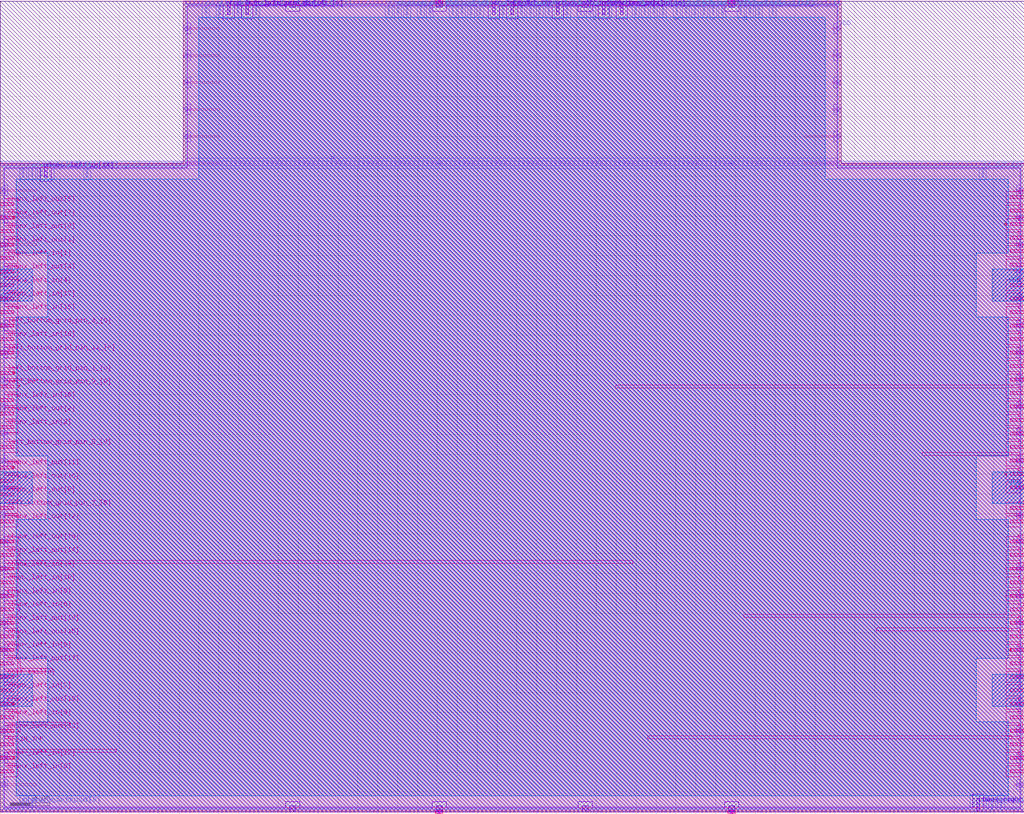
<source format=lef>
VERSION 5.7 ;
BUSBITCHARS "[]" ;

UNITS
  DATABASE MICRONS 1000 ;
END UNITS

MANUFACTURINGGRID 0.005 ;

LAYER li1
  TYPE ROUTING ;
  DIRECTION VERTICAL ;
  PITCH 0.46 ;
  WIDTH 0.17 ;
END li1

LAYER mcon
  TYPE CUT ;
END mcon

LAYER met1
  TYPE ROUTING ;
  DIRECTION HORIZONTAL ;
  PITCH 0.34 ;
  WIDTH 0.14 ;
END met1

LAYER via
  TYPE CUT ;
END via

LAYER met2
  TYPE ROUTING ;
  DIRECTION VERTICAL ;
  PITCH 0.46 ;
  WIDTH 0.14 ;
END met2

LAYER via2
  TYPE CUT ;
END via2

LAYER met3
  TYPE ROUTING ;
  DIRECTION HORIZONTAL ;
  PITCH 0.68 ;
  WIDTH 0.3 ;
END met3

LAYER via3
  TYPE CUT ;
END via3

LAYER met4
  TYPE ROUTING ;
  DIRECTION VERTICAL ;
  PITCH 0.92 ;
  WIDTH 0.3 ;
END met4

LAYER via4
  TYPE CUT ;
END via4

LAYER met5
  TYPE ROUTING ;
  DIRECTION HORIZONTAL ;
  PITCH 3.4 ;
  WIDTH 1.6 ;
END met5

LAYER nwell
  TYPE MASTERSLICE ;
END nwell

LAYER pwell
  TYPE MASTERSLICE ;
END pwell

LAYER OVERLAP
  TYPE OVERLAP ;
END OVERLAP

VIA L1M1_PR
  LAYER li1 ;
    RECT -0.085 -0.085 0.085 0.085 ;
  LAYER mcon ;
    RECT -0.085 -0.085 0.085 0.085 ;
  LAYER met1 ;
    RECT -0.145 -0.115 0.145 0.115 ;
END L1M1_PR

VIA L1M1_PR_R
  LAYER li1 ;
    RECT -0.085 -0.085 0.085 0.085 ;
  LAYER mcon ;
    RECT -0.085 -0.085 0.085 0.085 ;
  LAYER met1 ;
    RECT -0.115 -0.145 0.115 0.145 ;
END L1M1_PR_R

VIA L1M1_PR_M
  LAYER li1 ;
    RECT -0.085 -0.085 0.085 0.085 ;
  LAYER mcon ;
    RECT -0.085 -0.085 0.085 0.085 ;
  LAYER met1 ;
    RECT -0.115 -0.145 0.115 0.145 ;
END L1M1_PR_M

VIA L1M1_PR_MR
  LAYER li1 ;
    RECT -0.085 -0.085 0.085 0.085 ;
  LAYER mcon ;
    RECT -0.085 -0.085 0.085 0.085 ;
  LAYER met1 ;
    RECT -0.145 -0.115 0.145 0.115 ;
END L1M1_PR_MR

VIA L1M1_PR_C
  LAYER li1 ;
    RECT -0.085 -0.085 0.085 0.085 ;
  LAYER mcon ;
    RECT -0.085 -0.085 0.085 0.085 ;
  LAYER met1 ;
    RECT -0.145 -0.145 0.145 0.145 ;
END L1M1_PR_C

VIA M1M2_PR
  LAYER met1 ;
    RECT -0.16 -0.13 0.16 0.13 ;
  LAYER via ;
    RECT -0.075 -0.075 0.075 0.075 ;
  LAYER met2 ;
    RECT -0.13 -0.16 0.13 0.16 ;
END M1M2_PR

VIA M1M2_PR_Enc
  LAYER met1 ;
    RECT -0.16 -0.13 0.16 0.13 ;
  LAYER via ;
    RECT -0.075 -0.075 0.075 0.075 ;
  LAYER met2 ;
    RECT -0.16 -0.13 0.16 0.13 ;
END M1M2_PR_Enc

VIA M1M2_PR_R
  LAYER met1 ;
    RECT -0.13 -0.16 0.13 0.16 ;
  LAYER via ;
    RECT -0.075 -0.075 0.075 0.075 ;
  LAYER met2 ;
    RECT -0.16 -0.13 0.16 0.13 ;
END M1M2_PR_R

VIA M1M2_PR_R_Enc
  LAYER met1 ;
    RECT -0.13 -0.16 0.13 0.16 ;
  LAYER via ;
    RECT -0.075 -0.075 0.075 0.075 ;
  LAYER met2 ;
    RECT -0.13 -0.16 0.13 0.16 ;
END M1M2_PR_R_Enc

VIA M1M2_PR_M
  LAYER met1 ;
    RECT -0.16 -0.13 0.16 0.13 ;
  LAYER via ;
    RECT -0.075 -0.075 0.075 0.075 ;
  LAYER met2 ;
    RECT -0.16 -0.13 0.16 0.13 ;
END M1M2_PR_M

VIA M1M2_PR_M_Enc
  LAYER met1 ;
    RECT -0.16 -0.13 0.16 0.13 ;
  LAYER via ;
    RECT -0.075 -0.075 0.075 0.075 ;
  LAYER met2 ;
    RECT -0.13 -0.16 0.13 0.16 ;
END M1M2_PR_M_Enc

VIA M1M2_PR_MR
  LAYER met1 ;
    RECT -0.13 -0.16 0.13 0.16 ;
  LAYER via ;
    RECT -0.075 -0.075 0.075 0.075 ;
  LAYER met2 ;
    RECT -0.13 -0.16 0.13 0.16 ;
END M1M2_PR_MR

VIA M1M2_PR_MR_Enc
  LAYER met1 ;
    RECT -0.13 -0.16 0.13 0.16 ;
  LAYER via ;
    RECT -0.075 -0.075 0.075 0.075 ;
  LAYER met2 ;
    RECT -0.16 -0.13 0.16 0.13 ;
END M1M2_PR_MR_Enc

VIA M1M2_PR_C
  LAYER met1 ;
    RECT -0.16 -0.16 0.16 0.16 ;
  LAYER via ;
    RECT -0.075 -0.075 0.075 0.075 ;
  LAYER met2 ;
    RECT -0.16 -0.16 0.16 0.16 ;
END M1M2_PR_C

VIA M2M3_PR
  LAYER met2 ;
    RECT -0.14 -0.185 0.14 0.185 ;
  LAYER via2 ;
    RECT -0.1 -0.1 0.1 0.1 ;
  LAYER met3 ;
    RECT -0.165 -0.165 0.165 0.165 ;
END M2M3_PR

VIA M2M3_PR_R
  LAYER met2 ;
    RECT -0.185 -0.14 0.185 0.14 ;
  LAYER via2 ;
    RECT -0.1 -0.1 0.1 0.1 ;
  LAYER met3 ;
    RECT -0.165 -0.165 0.165 0.165 ;
END M2M3_PR_R

VIA M2M3_PR_M
  LAYER met2 ;
    RECT -0.14 -0.185 0.14 0.185 ;
  LAYER via2 ;
    RECT -0.1 -0.1 0.1 0.1 ;
  LAYER met3 ;
    RECT -0.165 -0.165 0.165 0.165 ;
END M2M3_PR_M

VIA M2M3_PR_MR
  LAYER met2 ;
    RECT -0.185 -0.14 0.185 0.14 ;
  LAYER via2 ;
    RECT -0.1 -0.1 0.1 0.1 ;
  LAYER met3 ;
    RECT -0.165 -0.165 0.165 0.165 ;
END M2M3_PR_MR

VIA M2M3_PR_C
  LAYER met2 ;
    RECT -0.185 -0.185 0.185 0.185 ;
  LAYER via2 ;
    RECT -0.1 -0.1 0.1 0.1 ;
  LAYER met3 ;
    RECT -0.165 -0.165 0.165 0.165 ;
END M2M3_PR_C

VIA M3M4_PR
  LAYER met3 ;
    RECT -0.19 -0.16 0.19 0.16 ;
  LAYER via3 ;
    RECT -0.1 -0.1 0.1 0.1 ;
  LAYER met4 ;
    RECT -0.165 -0.165 0.165 0.165 ;
END M3M4_PR

VIA M3M4_PR_R
  LAYER met3 ;
    RECT -0.16 -0.19 0.16 0.19 ;
  LAYER via3 ;
    RECT -0.1 -0.1 0.1 0.1 ;
  LAYER met4 ;
    RECT -0.165 -0.165 0.165 0.165 ;
END M3M4_PR_R

VIA M3M4_PR_M
  LAYER met3 ;
    RECT -0.19 -0.16 0.19 0.16 ;
  LAYER via3 ;
    RECT -0.1 -0.1 0.1 0.1 ;
  LAYER met4 ;
    RECT -0.165 -0.165 0.165 0.165 ;
END M3M4_PR_M

VIA M3M4_PR_MR
  LAYER met3 ;
    RECT -0.16 -0.19 0.16 0.19 ;
  LAYER via3 ;
    RECT -0.1 -0.1 0.1 0.1 ;
  LAYER met4 ;
    RECT -0.165 -0.165 0.165 0.165 ;
END M3M4_PR_MR

VIA M3M4_PR_C
  LAYER met3 ;
    RECT -0.19 -0.19 0.19 0.19 ;
  LAYER via3 ;
    RECT -0.1 -0.1 0.1 0.1 ;
  LAYER met4 ;
    RECT -0.165 -0.165 0.165 0.165 ;
END M3M4_PR_C

VIA M4M5_PR
  LAYER met4 ;
    RECT -0.59 -0.59 0.59 0.59 ;
  LAYER via4 ;
    RECT -0.4 -0.4 0.4 0.4 ;
  LAYER met5 ;
    RECT -0.71 -0.71 0.71 0.71 ;
END M4M5_PR

VIA M4M5_PR_R
  LAYER met4 ;
    RECT -0.59 -0.59 0.59 0.59 ;
  LAYER via4 ;
    RECT -0.4 -0.4 0.4 0.4 ;
  LAYER met5 ;
    RECT -0.71 -0.71 0.71 0.71 ;
END M4M5_PR_R

VIA M4M5_PR_M
  LAYER met4 ;
    RECT -0.59 -0.59 0.59 0.59 ;
  LAYER via4 ;
    RECT -0.4 -0.4 0.4 0.4 ;
  LAYER met5 ;
    RECT -0.71 -0.71 0.71 0.71 ;
END M4M5_PR_M

VIA M4M5_PR_MR
  LAYER met4 ;
    RECT -0.59 -0.59 0.59 0.59 ;
  LAYER via4 ;
    RECT -0.4 -0.4 0.4 0.4 ;
  LAYER met5 ;
    RECT -0.71 -0.71 0.71 0.71 ;
END M4M5_PR_MR

VIA M4M5_PR_C
  LAYER met4 ;
    RECT -0.59 -0.59 0.59 0.59 ;
  LAYER via4 ;
    RECT -0.4 -0.4 0.4 0.4 ;
  LAYER met5 ;
    RECT -0.71 -0.71 0.71 0.71 ;
END M4M5_PR_C

SITE unit
  CLASS CORE ;
  SYMMETRY Y ;
  SIZE 0.46 BY 2.72 ;
END unit

SITE unithddbl
  CLASS CORE ;
  SIZE 0.46 BY 5.44 ;
END unithddbl

MACRO sb_1__0_
  CLASS BLOCK ;
  ORIGIN 0 0 ;
  SIZE 103.04 BY 81.6 ;
  SYMMETRY X Y ;
  PIN prog_clk[0]
    DIRECTION INPUT ;
    USE CLOCK ;
    PORT
      LAYER met2 ;
        RECT 20.63 80.24 20.77 81.6 ;
    END
  END prog_clk[0]
  PIN chany_top_in[0]
    DIRECTION INPUT ;
    USE SIGNAL ;
    PORT
      LAYER met2 ;
        RECT 72.61 80.24 72.75 81.6 ;
    END
  END chany_top_in[0]
  PIN chany_top_in[1]
    DIRECTION INPUT ;
    USE SIGNAL ;
    PORT
      LAYER met2 ;
        RECT 53.29 80.24 53.43 81.6 ;
    END
  END chany_top_in[1]
  PIN chany_top_in[2]
    DIRECTION INPUT ;
    USE SIGNAL ;
    PORT
      LAYER met2 ;
        RECT 52.37 80.24 52.51 81.6 ;
    END
  END chany_top_in[2]
  PIN chany_top_in[3]
    DIRECTION INPUT ;
    USE SIGNAL ;
    PORT
      LAYER met2 ;
        RECT 69.85 80.24 69.99 81.6 ;
    END
  END chany_top_in[3]
  PIN chany_top_in[4]
    DIRECTION INPUT ;
    USE SIGNAL ;
    PORT
      LAYER met4 ;
        RECT 60.57 80.24 60.87 81.6 ;
    END
  END chany_top_in[4]
  PIN chany_top_in[5]
    DIRECTION INPUT ;
    USE SIGNAL ;
    PORT
      LAYER met2 ;
        RECT 47.31 80.24 47.45 81.6 ;
    END
  END chany_top_in[5]
  PIN chany_top_in[6]
    DIRECTION INPUT ;
    USE SIGNAL ;
    PORT
      LAYER met2 ;
        RECT 76.29 80.24 76.43 81.6 ;
    END
  END chany_top_in[6]
  PIN chany_top_in[7]
    DIRECTION INPUT ;
    USE SIGNAL ;
    PORT
      LAYER met2 ;
        RECT 65.71 80.24 65.85 81.6 ;
    END
  END chany_top_in[7]
  PIN chany_top_in[8]
    DIRECTION INPUT ;
    USE SIGNAL ;
    PORT
      LAYER met2 ;
        RECT 56.05 80.24 56.19 81.6 ;
    END
  END chany_top_in[8]
  PIN chany_top_in[9]
    DIRECTION INPUT ;
    USE SIGNAL ;
    PORT
      LAYER met2 ;
        RECT 39.95 80.24 40.09 81.6 ;
    END
  END chany_top_in[9]
  PIN chany_top_in[10]
    DIRECTION INPUT ;
    USE SIGNAL ;
    PORT
      LAYER met4 ;
        RECT 55.97 80.24 56.27 81.6 ;
    END
  END chany_top_in[10]
  PIN chany_top_in[11]
    DIRECTION INPUT ;
    USE SIGNAL ;
    PORT
      LAYER met2 ;
        RECT 70.77 80.24 70.91 81.6 ;
    END
  END chany_top_in[11]
  PIN chany_top_in[12]
    DIRECTION INPUT ;
    USE SIGNAL ;
    PORT
      LAYER met2 ;
        RECT 75.37 80.24 75.51 81.6 ;
    END
  END chany_top_in[12]
  PIN chany_top_in[13]
    DIRECTION INPUT ;
    USE SIGNAL ;
    PORT
      LAYER met2 ;
        RECT 68.93 80.24 69.07 81.6 ;
    END
  END chany_top_in[13]
  PIN chany_top_in[14]
    DIRECTION INPUT ;
    USE SIGNAL ;
    PORT
      LAYER met2 ;
        RECT 54.21 80.24 54.35 81.6 ;
    END
  END chany_top_in[14]
  PIN chany_top_in[15]
    DIRECTION INPUT ;
    USE SIGNAL ;
    PORT
      LAYER met2 ;
        RECT 39.03 80.24 39.17 81.6 ;
    END
  END chany_top_in[15]
  PIN chany_top_in[16]
    DIRECTION INPUT ;
    USE SIGNAL ;
    PORT
      LAYER met4 ;
        RECT 62.41 80.24 62.71 81.6 ;
    END
  END chany_top_in[16]
  PIN chany_top_in[17]
    DIRECTION INPUT ;
    USE SIGNAL ;
    PORT
      LAYER met2 ;
        RECT 58.35 80.24 58.49 81.6 ;
    END
  END chany_top_in[17]
  PIN chany_top_in[18]
    DIRECTION INPUT ;
    USE SIGNAL ;
    PORT
      LAYER met2 ;
        RECT 55.13 80.24 55.27 81.6 ;
    END
  END chany_top_in[18]
  PIN chany_top_in[19]
    DIRECTION INPUT ;
    USE SIGNAL ;
    PORT
      LAYER met2 ;
        RECT 56.97 80.24 57.11 81.6 ;
    END
  END chany_top_in[19]
  PIN top_left_grid_pin_42_[0]
    DIRECTION INPUT ;
    USE SIGNAL ;
    PORT
      LAYER met2 ;
        RECT 25.69 80.24 25.83 81.6 ;
    END
  END top_left_grid_pin_42_[0]
  PIN top_left_grid_pin_43_[0]
    DIRECTION INPUT ;
    USE SIGNAL ;
    PORT
      LAYER met4 ;
        RECT 24.69 80.24 24.99 81.6 ;
    END
  END top_left_grid_pin_43_[0]
  PIN top_left_grid_pin_44_[0]
    DIRECTION INPUT ;
    USE SIGNAL ;
    PORT
      LAYER met2 ;
        RECT 23.85 80.24 23.99 81.6 ;
    END
  END top_left_grid_pin_44_[0]
  PIN top_left_grid_pin_45_[0]
    DIRECTION INPUT ;
    USE SIGNAL ;
    PORT
      LAYER met2 ;
        RECT 22.01 80.24 22.15 81.6 ;
    END
  END top_left_grid_pin_45_[0]
  PIN top_left_grid_pin_46_[0]
    DIRECTION INPUT ;
    USE SIGNAL ;
    PORT
      LAYER met2 ;
        RECT 22.93 80.24 23.07 81.6 ;
    END
  END top_left_grid_pin_46_[0]
  PIN top_left_grid_pin_47_[0]
    DIRECTION INPUT ;
    USE SIGNAL ;
    PORT
      LAYER met2 ;
        RECT 8.67 63.92 8.81 65.28 ;
    END
  END top_left_grid_pin_47_[0]
  PIN top_left_grid_pin_48_[0]
    DIRECTION INPUT ;
    USE SIGNAL ;
    PORT
      LAYER met4 ;
        RECT 22.85 80.24 23.15 81.6 ;
    END
  END top_left_grid_pin_48_[0]
  PIN top_left_grid_pin_49_[0]
    DIRECTION INPUT ;
    USE SIGNAL ;
    PORT
      LAYER met2 ;
        RECT 24.77 80.24 24.91 81.6 ;
    END
  END top_left_grid_pin_49_[0]
  PIN chanx_right_in[0]
    DIRECTION INPUT ;
    USE SIGNAL ;
    PORT
      LAYER met3 ;
        RECT 101.66 36.57 103.04 36.87 ;
    END
  END chanx_right_in[0]
  PIN chanx_right_in[1]
    DIRECTION INPUT ;
    USE SIGNAL ;
    PORT
      LAYER met3 ;
        RECT 101.66 18.89 103.04 19.19 ;
    END
  END chanx_right_in[1]
  PIN chanx_right_in[2]
    DIRECTION INPUT ;
    USE SIGNAL ;
    PORT
      LAYER met3 ;
        RECT 101.66 17.53 103.04 17.83 ;
    END
  END chanx_right_in[2]
  PIN chanx_right_in[3]
    DIRECTION INPUT ;
    USE SIGNAL ;
    PORT
      LAYER met2 ;
        RECT 98.83 0 98.97 1.36 ;
    END
  END chanx_right_in[3]
  PIN chanx_right_in[4]
    DIRECTION INPUT ;
    USE SIGNAL ;
    PORT
      LAYER met2 ;
        RECT 100.67 0 100.81 1.36 ;
    END
  END chanx_right_in[4]
  PIN chanx_right_in[5]
    DIRECTION INPUT ;
    USE SIGNAL ;
    PORT
      LAYER met3 ;
        RECT 101.66 10.73 103.04 11.03 ;
    END
  END chanx_right_in[5]
  PIN chanx_right_in[6]
    DIRECTION INPUT ;
    USE SIGNAL ;
    PORT
      LAYER met3 ;
        RECT 101.66 39.29 103.04 39.59 ;
    END
  END chanx_right_in[6]
  PIN chanx_right_in[7]
    DIRECTION INPUT ;
    USE SIGNAL ;
    PORT
      LAYER met3 ;
        RECT 101.66 21.61 103.04 21.91 ;
    END
  END chanx_right_in[7]
  PIN chanx_right_in[8]
    DIRECTION INPUT ;
    USE SIGNAL ;
    PORT
      LAYER met3 ;
        RECT 101.66 43.37 103.04 43.67 ;
    END
  END chanx_right_in[8]
  PIN chanx_right_in[9]
    DIRECTION INPUT ;
    USE SIGNAL ;
    PORT
      LAYER met2 ;
        RECT 97.91 0 98.05 1.36 ;
    END
  END chanx_right_in[9]
  PIN chanx_right_in[10]
    DIRECTION INPUT ;
    USE SIGNAL ;
    PORT
      LAYER met3 ;
        RECT 101.66 3.93 103.04 4.23 ;
    END
  END chanx_right_in[10]
  PIN chanx_right_in[11]
    DIRECTION INPUT ;
    USE SIGNAL ;
    PORT
      LAYER met3 ;
        RECT 101.66 42.01 103.04 42.31 ;
    END
  END chanx_right_in[11]
  PIN chanx_right_in[12]
    DIRECTION INPUT ;
    USE SIGNAL ;
    PORT
      LAYER met3 ;
        RECT 101.66 37.93 103.04 38.23 ;
    END
  END chanx_right_in[12]
  PIN chanx_right_in[13]
    DIRECTION INPUT ;
    USE SIGNAL ;
    PORT
      LAYER met3 ;
        RECT 101.66 46.09 103.04 46.39 ;
    END
  END chanx_right_in[13]
  PIN chanx_right_in[14]
    DIRECTION INPUT ;
    USE SIGNAL ;
    PORT
      LAYER met3 ;
        RECT 101.66 40.65 103.04 40.95 ;
    END
  END chanx_right_in[14]
  PIN chanx_right_in[15]
    DIRECTION INPUT ;
    USE SIGNAL ;
    PORT
      LAYER met4 ;
        RECT 98.29 0 98.59 1.36 ;
    END
  END chanx_right_in[15]
  PIN chanx_right_in[16]
    DIRECTION INPUT ;
    USE SIGNAL ;
    PORT
      LAYER met3 ;
        RECT 101.66 25.69 103.04 25.99 ;
    END
  END chanx_right_in[16]
  PIN chanx_right_in[17]
    DIRECTION INPUT ;
    USE SIGNAL ;
    PORT
      LAYER met3 ;
        RECT 101.66 6.65 103.04 6.95 ;
    END
  END chanx_right_in[17]
  PIN chanx_right_in[18]
    DIRECTION INPUT ;
    USE SIGNAL ;
    PORT
      LAYER met3 ;
        RECT 101.66 12.09 103.04 12.39 ;
    END
  END chanx_right_in[18]
  PIN chanx_right_in[19]
    DIRECTION INPUT ;
    USE SIGNAL ;
    PORT
      LAYER met3 ;
        RECT 101.66 13.45 103.04 13.75 ;
    END
  END chanx_right_in[19]
  PIN right_bottom_grid_pin_1_[0]
    DIRECTION INPUT ;
    USE SIGNAL ;
    PORT
      LAYER met3 ;
        RECT 101.66 20.25 103.04 20.55 ;
    END
  END right_bottom_grid_pin_1_[0]
  PIN right_bottom_grid_pin_3_[0]
    DIRECTION INPUT ;
    USE SIGNAL ;
    PORT
      LAYER met3 ;
        RECT 101.66 48.81 103.04 49.11 ;
    END
  END right_bottom_grid_pin_3_[0]
  PIN right_bottom_grid_pin_5_[0]
    DIRECTION INPUT ;
    USE SIGNAL ;
    PORT
      LAYER met3 ;
        RECT 101.66 44.73 103.04 45.03 ;
    END
  END right_bottom_grid_pin_5_[0]
  PIN right_bottom_grid_pin_7_[0]
    DIRECTION INPUT ;
    USE SIGNAL ;
    PORT
      LAYER met3 ;
        RECT 101.66 30.45 103.04 30.75 ;
    END
  END right_bottom_grid_pin_7_[0]
  PIN right_bottom_grid_pin_9_[0]
    DIRECTION INPUT ;
    USE SIGNAL ;
    PORT
      LAYER met3 ;
        RECT 101.66 22.97 103.04 23.27 ;
    END
  END right_bottom_grid_pin_9_[0]
  PIN right_bottom_grid_pin_11_[0]
    DIRECTION INPUT ;
    USE SIGNAL ;
    PORT
      LAYER met3 ;
        RECT 101.66 24.33 103.04 24.63 ;
    END
  END right_bottom_grid_pin_11_[0]
  PIN chanx_left_in[0]
    DIRECTION INPUT ;
    USE SIGNAL ;
    PORT
      LAYER met3 ;
        RECT 0 3.93 1.38 4.23 ;
    END
  END chanx_left_in[0]
  PIN chanx_left_in[1]
    DIRECTION INPUT ;
    USE SIGNAL ;
    PORT
      LAYER met3 ;
        RECT 0 55.61 1.38 55.91 ;
    END
  END chanx_left_in[1]
  PIN chanx_left_in[2]
    DIRECTION INPUT ;
    USE SIGNAL ;
    PORT
      LAYER met3 ;
        RECT 0 38.61 1.38 38.91 ;
    END
  END chanx_left_in[2]
  PIN chanx_left_in[3]
    DIRECTION INPUT ;
    USE SIGNAL ;
    PORT
      LAYER met3 ;
        RECT 0 12.09 1.38 12.39 ;
    END
  END chanx_left_in[3]
  PIN chanx_left_in[4]
    DIRECTION INPUT ;
    USE SIGNAL ;
    PORT
      LAYER met3 ;
        RECT 0 52.89 1.38 53.19 ;
    END
  END chanx_left_in[4]
  PIN chanx_left_in[5]
    DIRECTION INPUT ;
    USE SIGNAL ;
    PORT
      LAYER met3 ;
        RECT 0 16.17 1.38 16.47 ;
    END
  END chanx_left_in[5]
  PIN chanx_left_in[6]
    DIRECTION INPUT ;
    USE SIGNAL ;
    PORT
      LAYER met3 ;
        RECT 0 20.25 1.38 20.55 ;
    END
  END chanx_left_in[6]
  PIN chanx_left_in[7]
    DIRECTION INPUT ;
    USE SIGNAL ;
    PORT
      LAYER met2 ;
        RECT 3.15 63.92 3.29 65.28 ;
    END
  END chanx_left_in[7]
  PIN chanx_left_in[8]
    DIRECTION INPUT ;
    USE SIGNAL ;
    PORT
      LAYER met3 ;
        RECT 0 9.37 1.38 9.67 ;
    END
  END chanx_left_in[8]
  PIN chanx_left_in[9]
    DIRECTION INPUT ;
    USE SIGNAL ;
    PORT
      LAYER met3 ;
        RECT 0 21.61 1.38 21.91 ;
    END
  END chanx_left_in[9]
  PIN chanx_left_in[10]
    DIRECTION INPUT ;
    USE SIGNAL ;
    PORT
      LAYER met3 ;
        RECT 0 41.33 1.38 41.63 ;
    END
  END chanx_left_in[10]
  PIN chanx_left_in[11]
    DIRECTION INPUT ;
    USE SIGNAL ;
    PORT
      LAYER met2 ;
        RECT 2.23 63.92 2.37 65.28 ;
    END
  END chanx_left_in[11]
  PIN chanx_left_in[12]
    DIRECTION INPUT ;
    USE SIGNAL ;
    PORT
      LAYER met3 ;
        RECT 0 5.29 1.38 5.59 ;
    END
  END chanx_left_in[12]
  PIN chanx_left_in[13]
    DIRECTION INPUT ;
    USE SIGNAL ;
    PORT
      LAYER met2 ;
        RECT 4.99 63.92 5.13 65.28 ;
    END
  END chanx_left_in[13]
  PIN chanx_left_in[14]
    DIRECTION INPUT ;
    USE SIGNAL ;
    PORT
      LAYER met4 ;
        RECT 4.45 63.92 4.75 65.28 ;
    END
  END chanx_left_in[14]
  PIN chanx_left_in[15]
    DIRECTION INPUT ;
    USE SIGNAL ;
    PORT
      LAYER met3 ;
        RECT 0 50.17 1.38 50.47 ;
    END
  END chanx_left_in[15]
  PIN chanx_left_in[16]
    DIRECTION INPUT ;
    USE SIGNAL ;
    PORT
      LAYER met3 ;
        RECT 0 47.45 1.38 47.75 ;
    END
  END chanx_left_in[16]
  PIN chanx_left_in[17]
    DIRECTION INPUT ;
    USE SIGNAL ;
    PORT
      LAYER met3 ;
        RECT 0 51.53 1.38 51.83 ;
    END
  END chanx_left_in[17]
  PIN chanx_left_in[18]
    DIRECTION INPUT ;
    USE SIGNAL ;
    PORT
      LAYER met3 ;
        RECT 0 22.97 1.38 23.27 ;
    END
  END chanx_left_in[18]
  PIN chanx_left_in[19]
    DIRECTION INPUT ;
    USE SIGNAL ;
    PORT
      LAYER met3 ;
        RECT 0 24.33 1.38 24.63 ;
    END
  END chanx_left_in[19]
  PIN left_bottom_grid_pin_1_[0]
    DIRECTION INPUT ;
    USE SIGNAL ;
    PORT
      LAYER met3 ;
        RECT 0 44.05 1.38 44.35 ;
    END
  END left_bottom_grid_pin_1_[0]
  PIN left_bottom_grid_pin_3_[0]
    DIRECTION INPUT ;
    USE SIGNAL ;
    PORT
      LAYER met3 ;
        RECT 0 48.81 1.38 49.11 ;
    END
  END left_bottom_grid_pin_3_[0]
  PIN left_bottom_grid_pin_5_[0]
    DIRECTION INPUT ;
    USE SIGNAL ;
    PORT
      LAYER met3 ;
        RECT 0 36.57 1.38 36.87 ;
    END
  END left_bottom_grid_pin_5_[0]
  PIN left_bottom_grid_pin_7_[0]
    DIRECTION INPUT ;
    USE SIGNAL ;
    PORT
      LAYER met3 ;
        RECT 0 30.45 1.38 30.75 ;
    END
  END left_bottom_grid_pin_7_[0]
  PIN left_bottom_grid_pin_9_[0]
    DIRECTION INPUT ;
    USE SIGNAL ;
    PORT
      LAYER met3 ;
        RECT 0 42.69 1.38 42.99 ;
    END
  END left_bottom_grid_pin_9_[0]
  PIN left_bottom_grid_pin_11_[0]
    DIRECTION INPUT ;
    USE SIGNAL ;
    PORT
      LAYER met3 ;
        RECT 0 46.09 1.38 46.39 ;
    END
  END left_bottom_grid_pin_11_[0]
  PIN ccff_head[0]
    DIRECTION INPUT ;
    USE SIGNAL ;
    PORT
      LAYER met3 ;
        RECT 101.66 27.05 103.04 27.35 ;
    END
  END ccff_head[0]
  PIN chany_top_out[0]
    DIRECTION OUTPUT ;
    USE SIGNAL ;
    PORT
      LAYER met2 ;
        RECT 49.61 80.24 49.75 81.6 ;
    END
  END chany_top_out[0]
  PIN chany_top_out[1]
    DIRECTION OUTPUT ;
    USE SIGNAL ;
    PORT
      LAYER met2 ;
        RECT 51.45 80.24 51.59 81.6 ;
    END
  END chany_top_out[1]
  PIN chany_top_out[2]
    DIRECTION OUTPUT ;
    USE SIGNAL ;
    PORT
      LAYER met2 ;
        RECT 45.47 80.24 45.61 81.6 ;
    END
  END chany_top_out[2]
  PIN chany_top_out[3]
    DIRECTION OUTPUT ;
    USE SIGNAL ;
    PORT
      LAYER met2 ;
        RECT 63.87 80.24 64.01 81.6 ;
    END
  END chany_top_out[3]
  PIN chany_top_out[4]
    DIRECTION OUTPUT ;
    USE SIGNAL ;
    PORT
      LAYER met2 ;
        RECT 59.27 80.24 59.41 81.6 ;
    END
  END chany_top_out[4]
  PIN chany_top_out[5]
    DIRECTION OUTPUT ;
    USE SIGNAL ;
    PORT
      LAYER met2 ;
        RECT 68.01 80.24 68.15 81.6 ;
    END
  END chany_top_out[5]
  PIN chany_top_out[6]
    DIRECTION OUTPUT ;
    USE SIGNAL ;
    PORT
      LAYER met2 ;
        RECT 50.53 80.24 50.67 81.6 ;
    END
  END chany_top_out[6]
  PIN chany_top_out[7]
    DIRECTION OUTPUT ;
    USE SIGNAL ;
    PORT
      LAYER met2 ;
        RECT 61.11 80.24 61.25 81.6 ;
    END
  END chany_top_out[7]
  PIN chany_top_out[8]
    DIRECTION OUTPUT ;
    USE SIGNAL ;
    PORT
      LAYER met2 ;
        RECT 43.17 80.24 43.31 81.6 ;
    END
  END chany_top_out[8]
  PIN chany_top_out[9]
    DIRECTION OUTPUT ;
    USE SIGNAL ;
    PORT
      LAYER met2 ;
        RECT 60.19 80.24 60.33 81.6 ;
    END
  END chany_top_out[9]
  PIN chany_top_out[10]
    DIRECTION OUTPUT ;
    USE SIGNAL ;
    PORT
      LAYER met2 ;
        RECT 48.23 80.24 48.37 81.6 ;
    END
  END chany_top_out[10]
  PIN chany_top_out[11]
    DIRECTION OUTPUT ;
    USE SIGNAL ;
    PORT
      LAYER met2 ;
        RECT 71.69 80.24 71.83 81.6 ;
    END
  END chany_top_out[11]
  PIN chany_top_out[12]
    DIRECTION OUTPUT ;
    USE SIGNAL ;
    PORT
      LAYER met2 ;
        RECT 74.45 80.24 74.59 81.6 ;
    END
  END chany_top_out[12]
  PIN chany_top_out[13]
    DIRECTION OUTPUT ;
    USE SIGNAL ;
    PORT
      LAYER met2 ;
        RECT 62.49 80.24 62.63 81.6 ;
    END
  END chany_top_out[13]
  PIN chany_top_out[14]
    DIRECTION OUTPUT ;
    USE SIGNAL ;
    PORT
      LAYER met2 ;
        RECT 40.87 80.24 41.01 81.6 ;
    END
  END chany_top_out[14]
  PIN chany_top_out[15]
    DIRECTION OUTPUT ;
    USE SIGNAL ;
    PORT
      LAYER met2 ;
        RECT 64.79 80.24 64.93 81.6 ;
    END
  END chany_top_out[15]
  PIN chany_top_out[16]
    DIRECTION OUTPUT ;
    USE SIGNAL ;
    PORT
      LAYER met2 ;
        RECT 42.25 80.24 42.39 81.6 ;
    END
  END chany_top_out[16]
  PIN chany_top_out[17]
    DIRECTION OUTPUT ;
    USE SIGNAL ;
    PORT
      LAYER met2 ;
        RECT 66.63 80.24 66.77 81.6 ;
    END
  END chany_top_out[17]
  PIN chany_top_out[18]
    DIRECTION OUTPUT ;
    USE SIGNAL ;
    PORT
      LAYER met2 ;
        RECT 46.39 80.24 46.53 81.6 ;
    END
  END chany_top_out[18]
  PIN chany_top_out[19]
    DIRECTION OUTPUT ;
    USE SIGNAL ;
    PORT
      LAYER met2 ;
        RECT 77.67 80.24 77.81 81.6 ;
    END
  END chany_top_out[19]
  PIN chanx_right_out[0]
    DIRECTION OUTPUT ;
    USE SIGNAL ;
    PORT
      LAYER met3 ;
        RECT 101.66 60.37 103.04 60.67 ;
    END
  END chanx_right_out[0]
  PIN chanx_right_out[1]
    DIRECTION OUTPUT ;
    USE SIGNAL ;
    PORT
      LAYER met3 ;
        RECT 101.66 51.53 103.04 51.83 ;
    END
  END chanx_right_out[1]
  PIN chanx_right_out[2]
    DIRECTION OUTPUT ;
    USE SIGNAL ;
    PORT
      LAYER met3 ;
        RECT 101.66 16.17 103.04 16.47 ;
    END
  END chanx_right_out[2]
  PIN chanx_right_out[3]
    DIRECTION OUTPUT ;
    USE SIGNAL ;
    PORT
      LAYER met3 ;
        RECT 101.66 8.01 103.04 8.31 ;
    END
  END chanx_right_out[3]
  PIN chanx_right_out[4]
    DIRECTION OUTPUT ;
    USE SIGNAL ;
    PORT
      LAYER met3 ;
        RECT 101.66 14.81 103.04 15.11 ;
    END
  END chanx_right_out[4]
  PIN chanx_right_out[5]
    DIRECTION OUTPUT ;
    USE SIGNAL ;
    PORT
      LAYER met3 ;
        RECT 101.66 57.65 103.04 57.95 ;
    END
  END chanx_right_out[5]
  PIN chanx_right_out[6]
    DIRECTION OUTPUT ;
    USE SIGNAL ;
    PORT
      LAYER met3 ;
        RECT 101.66 56.29 103.04 56.59 ;
    END
  END chanx_right_out[6]
  PIN chanx_right_out[7]
    DIRECTION OUTPUT ;
    USE SIGNAL ;
    PORT
      LAYER met3 ;
        RECT 101.66 59.01 103.04 59.31 ;
    END
  END chanx_right_out[7]
  PIN chanx_right_out[8]
    DIRECTION OUTPUT ;
    USE SIGNAL ;
    PORT
      LAYER met3 ;
        RECT 101.66 52.89 103.04 53.19 ;
    END
  END chanx_right_out[8]
  PIN chanx_right_out[9]
    DIRECTION OUTPUT ;
    USE SIGNAL ;
    PORT
      LAYER met3 ;
        RECT 101.66 61.73 103.04 62.03 ;
    END
  END chanx_right_out[9]
  PIN chanx_right_out[10]
    DIRECTION OUTPUT ;
    USE SIGNAL ;
    PORT
      LAYER met3 ;
        RECT 101.66 9.37 103.04 9.67 ;
    END
  END chanx_right_out[10]
  PIN chanx_right_out[11]
    DIRECTION OUTPUT ;
    USE SIGNAL ;
    PORT
      LAYER met3 ;
        RECT 101.66 50.17 103.04 50.47 ;
    END
  END chanx_right_out[11]
  PIN chanx_right_out[12]
    DIRECTION OUTPUT ;
    USE SIGNAL ;
    PORT
      LAYER met3 ;
        RECT 101.66 54.93 103.04 55.23 ;
    END
  END chanx_right_out[12]
  PIN chanx_right_out[13]
    DIRECTION OUTPUT ;
    USE SIGNAL ;
    PORT
      LAYER met3 ;
        RECT 101.66 35.21 103.04 35.51 ;
    END
  END chanx_right_out[13]
  PIN chanx_right_out[14]
    DIRECTION OUTPUT ;
    USE SIGNAL ;
    PORT
      LAYER met3 ;
        RECT 101.66 47.45 103.04 47.75 ;
    END
  END chanx_right_out[14]
  PIN chanx_right_out[15]
    DIRECTION OUTPUT ;
    USE SIGNAL ;
    PORT
      LAYER met3 ;
        RECT 101.66 5.29 103.04 5.59 ;
    END
  END chanx_right_out[15]
  PIN chanx_right_out[16]
    DIRECTION OUTPUT ;
    USE SIGNAL ;
    PORT
      LAYER met2 ;
        RECT 99.75 0 99.89 1.36 ;
    END
  END chanx_right_out[16]
  PIN chanx_right_out[17]
    DIRECTION OUTPUT ;
    USE SIGNAL ;
    PORT
      LAYER met3 ;
        RECT 101.66 33.85 103.04 34.15 ;
    END
  END chanx_right_out[17]
  PIN chanx_right_out[18]
    DIRECTION OUTPUT ;
    USE SIGNAL ;
    PORT
      LAYER met3 ;
        RECT 101.66 29.09 103.04 29.39 ;
    END
  END chanx_right_out[18]
  PIN chanx_right_out[19]
    DIRECTION OUTPUT ;
    USE SIGNAL ;
    PORT
      LAYER met3 ;
        RECT 101.66 32.49 103.04 32.79 ;
    END
  END chanx_right_out[19]
  PIN chanx_left_out[0]
    DIRECTION OUTPUT ;
    USE SIGNAL ;
    PORT
      LAYER met3 ;
        RECT 0 58.33 1.38 58.63 ;
    END
  END chanx_left_out[0]
  PIN chanx_left_out[1]
    DIRECTION OUTPUT ;
    USE SIGNAL ;
    PORT
      LAYER met3 ;
        RECT 0 56.97 1.38 57.27 ;
    END
  END chanx_left_out[1]
  PIN chanx_left_out[2]
    DIRECTION OUTPUT ;
    USE SIGNAL ;
    PORT
      LAYER met3 ;
        RECT 0 39.97 1.38 40.27 ;
    END
  END chanx_left_out[2]
  PIN chanx_left_out[3]
    DIRECTION OUTPUT ;
    USE SIGNAL ;
    PORT
      LAYER met2 ;
        RECT 4.07 63.92 4.21 65.28 ;
    END
  END chanx_left_out[3]
  PIN chanx_left_out[4]
    DIRECTION OUTPUT ;
    USE SIGNAL ;
    PORT
      LAYER met3 ;
        RECT 0 54.25 1.38 54.55 ;
    END
  END chanx_left_out[4]
  PIN chanx_left_out[5]
    DIRECTION OUTPUT ;
    USE SIGNAL ;
    PORT
      LAYER met3 ;
        RECT 0 61.05 1.38 61.35 ;
    END
  END chanx_left_out[5]
  PIN chanx_left_out[6]
    DIRECTION OUTPUT ;
    USE SIGNAL ;
    PORT
      LAYER met2 ;
        RECT 2.23 0 2.37 1.36 ;
    END
  END chanx_left_out[6]
  PIN chanx_left_out[7]
    DIRECTION OUTPUT ;
    USE SIGNAL ;
    PORT
      LAYER met3 ;
        RECT 0 59.69 1.38 59.99 ;
    END
  END chanx_left_out[7]
  PIN chanx_left_out[8]
    DIRECTION OUTPUT ;
    USE SIGNAL ;
    PORT
      LAYER met3 ;
        RECT 0 31.81 1.38 32.11 ;
    END
  END chanx_left_out[8]
  PIN chanx_left_out[9]
    DIRECTION OUTPUT ;
    USE SIGNAL ;
    PORT
      LAYER met2 ;
        RECT 3.15 0 3.29 1.36 ;
    END
  END chanx_left_out[9]
  PIN chanx_left_out[10]
    DIRECTION OUTPUT ;
    USE SIGNAL ;
    PORT
      LAYER met3 ;
        RECT 0 18.89 1.38 19.19 ;
    END
  END chanx_left_out[10]
  PIN chanx_left_out[11]
    DIRECTION OUTPUT ;
    USE SIGNAL ;
    PORT
      LAYER met3 ;
        RECT 0 34.53 1.38 34.83 ;
    END
  END chanx_left_out[11]
  PIN chanx_left_out[12]
    DIRECTION OUTPUT ;
    USE SIGNAL ;
    PORT
      LAYER met3 ;
        RECT 0 29.09 1.38 29.39 ;
    END
  END chanx_left_out[12]
  PIN chanx_left_out[13]
    DIRECTION OUTPUT ;
    USE SIGNAL ;
    PORT
      LAYER met3 ;
        RECT 0 8.01 1.38 8.31 ;
    END
  END chanx_left_out[13]
  PIN chanx_left_out[14]
    DIRECTION OUTPUT ;
    USE SIGNAL ;
    PORT
      LAYER met3 ;
        RECT 0 25.69 1.38 25.99 ;
    END
  END chanx_left_out[14]
  PIN chanx_left_out[15]
    DIRECTION OUTPUT ;
    USE SIGNAL ;
    PORT
      LAYER met3 ;
        RECT 0 17.53 1.38 17.83 ;
    END
  END chanx_left_out[15]
  PIN chanx_left_out[16]
    DIRECTION OUTPUT ;
    USE SIGNAL ;
    PORT
      LAYER met3 ;
        RECT 0 33.17 1.38 33.47 ;
    END
  END chanx_left_out[16]
  PIN chanx_left_out[17]
    DIRECTION OUTPUT ;
    USE SIGNAL ;
    PORT
      LAYER met3 ;
        RECT 0 14.81 1.38 15.11 ;
    END
  END chanx_left_out[17]
  PIN chanx_left_out[18]
    DIRECTION OUTPUT ;
    USE SIGNAL ;
    PORT
      LAYER met3 ;
        RECT 0 27.05 1.38 27.35 ;
    END
  END chanx_left_out[18]
  PIN chanx_left_out[19]
    DIRECTION OUTPUT ;
    USE SIGNAL ;
    PORT
      LAYER met3 ;
        RECT 0 10.73 1.38 11.03 ;
    END
  END chanx_left_out[19]
  PIN ccff_tail[0]
    DIRECTION OUTPUT ;
    USE SIGNAL ;
    PORT
      LAYER met3 ;
        RECT 0 13.45 1.38 13.75 ;
    END
  END ccff_tail[0]
  PIN SC_IN_TOP
    DIRECTION INPUT ;
    USE SIGNAL ;
    PORT
      LAYER met3 ;
        RECT 0 6.65 1.38 6.95 ;
    END
  END SC_IN_TOP
  PIN SC_IN_BOT
    DIRECTION INPUT ;
    USE SIGNAL ;
    PORT
      LAYER met4 ;
        RECT 49.53 80.24 49.83 81.6 ;
    END
  END SC_IN_BOT
  PIN SC_OUT_TOP
    DIRECTION OUTPUT ;
    USE SIGNAL ;
    PORT
      LAYER met4 ;
        RECT 51.37 80.24 51.67 81.6 ;
    END
  END SC_OUT_TOP
  PIN SC_OUT_BOT
    DIRECTION OUTPUT ;
    USE SIGNAL ;
    PORT
      LAYER met2 ;
        RECT 98.83 63.92 98.97 65.28 ;
    END
  END SC_OUT_BOT
  PIN VDD
    DIRECTION INPUT ;
    USE POWER ;
    PORT
      LAYER met1 ;
        RECT 0 2.48 0.48 2.96 ;
        RECT 102.56 2.48 103.04 2.96 ;
        RECT 0 7.92 0.48 8.4 ;
        RECT 102.56 7.92 103.04 8.4 ;
        RECT 0 13.36 0.48 13.84 ;
        RECT 102.56 13.36 103.04 13.84 ;
        RECT 0 18.8 0.48 19.28 ;
        RECT 102.56 18.8 103.04 19.28 ;
        RECT 0 24.24 0.48 24.72 ;
        RECT 102.56 24.24 103.04 24.72 ;
        RECT 0 29.68 0.48 30.16 ;
        RECT 102.56 29.68 103.04 30.16 ;
        RECT 0 35.12 0.48 35.6 ;
        RECT 102.56 35.12 103.04 35.6 ;
        RECT 0 40.56 0.48 41.04 ;
        RECT 102.56 40.56 103.04 41.04 ;
        RECT 0 46 0.48 46.48 ;
        RECT 102.56 46 103.04 46.48 ;
        RECT 0 51.44 0.48 51.92 ;
        RECT 102.56 51.44 103.04 51.92 ;
        RECT 0 56.88 0.48 57.36 ;
        RECT 102.56 56.88 103.04 57.36 ;
        RECT 0 62.32 0.48 62.8 ;
        RECT 102.56 62.32 103.04 62.8 ;
        RECT 18.4 67.76 18.88 68.24 ;
        RECT 84.16 67.76 84.64 68.24 ;
        RECT 18.4 73.2 18.88 73.68 ;
        RECT 84.16 73.2 84.64 73.68 ;
        RECT 18.4 78.64 18.88 79.12 ;
        RECT 84.16 78.64 84.64 79.12 ;
      LAYER met4 ;
        RECT 29.14 0 29.74 0.6 ;
        RECT 58.58 0 59.18 0.6 ;
        RECT 29.14 81 29.74 81.6 ;
        RECT 58.58 81 59.18 81.6 ;
      LAYER met5 ;
        RECT 0 10.64 3.2 13.84 ;
        RECT 99.84 10.64 103.04 13.84 ;
        RECT 0 51.44 3.2 54.64 ;
        RECT 99.84 51.44 103.04 54.64 ;
    END
  END VDD
  PIN VSS
    DIRECTION INPUT ;
    USE GROUND ;
    PORT
      LAYER met1 ;
        RECT 0 0 103.04 0.24 ;
        RECT 0 5.2 0.48 5.68 ;
        RECT 102.56 5.2 103.04 5.68 ;
        RECT 0 10.64 0.48 11.12 ;
        RECT 102.56 10.64 103.04 11.12 ;
        RECT 0 16.08 0.48 16.56 ;
        RECT 102.56 16.08 103.04 16.56 ;
        RECT 0 21.52 0.48 22 ;
        RECT 102.56 21.52 103.04 22 ;
        RECT 0 26.96 0.48 27.44 ;
        RECT 102.56 26.96 103.04 27.44 ;
        RECT 0 32.4 0.48 32.88 ;
        RECT 102.56 32.4 103.04 32.88 ;
        RECT 0 37.84 0.48 38.32 ;
        RECT 102.56 37.84 103.04 38.32 ;
        RECT 0 43.28 0.48 43.76 ;
        RECT 102.56 43.28 103.04 43.76 ;
        RECT 0 48.72 0.48 49.2 ;
        RECT 102.56 48.72 103.04 49.2 ;
        RECT 0 54.16 0.48 54.64 ;
        RECT 102.56 54.16 103.04 54.64 ;
        RECT 0 59.6 0.48 60.08 ;
        RECT 102.56 59.6 103.04 60.08 ;
        RECT 0 65.04 103.04 65.52 ;
        RECT 18.4 70.48 18.88 70.96 ;
        RECT 84.16 70.48 84.64 70.96 ;
        RECT 18.4 75.92 18.88 76.4 ;
        RECT 84.16 75.92 84.64 76.4 ;
        RECT 18.4 81.36 84.64 81.6 ;
      LAYER met4 ;
        RECT 43.86 0 44.46 0.6 ;
        RECT 73.3 0 73.9 0.6 ;
        RECT 43.86 81 44.46 81.6 ;
        RECT 73.3 81 73.9 81.6 ;
      LAYER met5 ;
        RECT 0 31.04 3.2 34.24 ;
        RECT 99.84 31.04 103.04 34.24 ;
    END
  END VSS
  OBS
    LAYER li1 ;
      RECT 18.4 81.515 84.64 81.685 ;
      RECT 83.72 78.795 84.64 78.965 ;
      RECT 18.4 78.795 22.08 78.965 ;
      RECT 83.72 76.075 84.64 76.245 ;
      RECT 18.4 76.075 22.08 76.245 ;
      RECT 83.72 73.355 84.64 73.525 ;
      RECT 18.4 73.355 22.08 73.525 ;
      RECT 83.72 70.635 84.64 70.805 ;
      RECT 18.4 70.635 22.08 70.805 ;
      RECT 80.96 67.915 84.64 68.085 ;
      RECT 18.4 67.915 22.08 68.085 ;
      RECT 80.96 65.195 103.04 65.365 ;
      RECT 0 65.195 22.08 65.365 ;
      RECT 102.12 62.475 103.04 62.645 ;
      RECT 0 62.475 3.68 62.645 ;
      RECT 102.12 59.755 103.04 59.925 ;
      RECT 0 59.755 3.68 59.925 ;
      RECT 102.12 57.035 103.04 57.205 ;
      RECT 0 57.035 3.68 57.205 ;
      RECT 102.12 54.315 103.04 54.485 ;
      RECT 0 54.315 1.84 54.485 ;
      RECT 102.12 51.595 103.04 51.765 ;
      RECT 0 51.595 1.84 51.765 ;
      RECT 102.12 48.875 103.04 49.045 ;
      RECT 0 48.875 1.84 49.045 ;
      RECT 102.12 46.155 103.04 46.325 ;
      RECT 0 46.155 1.84 46.325 ;
      RECT 102.12 43.435 103.04 43.605 ;
      RECT 0 43.435 3.68 43.605 ;
      RECT 102.12 40.715 103.04 40.885 ;
      RECT 0 40.715 3.68 40.885 ;
      RECT 102.12 37.995 103.04 38.165 ;
      RECT 0 37.995 1.84 38.165 ;
      RECT 102.12 35.275 103.04 35.445 ;
      RECT 0 35.275 1.84 35.445 ;
      RECT 102.12 32.555 103.04 32.725 ;
      RECT 0 32.555 1.84 32.725 ;
      RECT 102.12 29.835 103.04 30.005 ;
      RECT 0 29.835 1.84 30.005 ;
      RECT 102.12 27.115 103.04 27.285 ;
      RECT 0 27.115 1.84 27.285 ;
      RECT 101.2 24.395 103.04 24.565 ;
      RECT 0 24.395 1.84 24.565 ;
      RECT 101.2 21.675 103.04 21.845 ;
      RECT 0 21.675 1.84 21.845 ;
      RECT 102.12 18.955 103.04 19.125 ;
      RECT 0 18.955 1.84 19.125 ;
      RECT 102.12 16.235 103.04 16.405 ;
      RECT 0 16.235 1.84 16.405 ;
      RECT 102.12 13.515 103.04 13.685 ;
      RECT 0 13.515 1.84 13.685 ;
      RECT 102.12 10.795 103.04 10.965 ;
      RECT 0 10.795 1.84 10.965 ;
      RECT 102.12 8.075 103.04 8.245 ;
      RECT 0 8.075 1.84 8.245 ;
      RECT 102.12 5.355 103.04 5.525 ;
      RECT 0 5.355 1.84 5.525 ;
      RECT 102.12 2.635 103.04 2.805 ;
      RECT 0 2.635 3.68 2.805 ;
      RECT 0 -0.085 103.04 0.085 ;
    LAYER met2 ;
      RECT 73.46 81.415 73.74 81.785 ;
      RECT 44.02 81.415 44.3 81.785 ;
      RECT 74.85 79.74 75.11 80.06 ;
      RECT 59.67 79.74 59.93 80.06 ;
      RECT 73.46 -0.185 73.74 0.185 ;
      RECT 44.02 -0.185 44.3 0.185 ;
      POLYGON 84.36 81.32 84.36 65 98.55 65 98.55 63.64 99.25 63.64 99.25 65 102.76 65 102.76 0.28 101.09 0.28 101.09 1.64 100.39 1.64 100.39 0.28 100.17 0.28 100.17 1.64 99.47 1.64 99.47 0.28 99.25 0.28 99.25 1.64 98.55 1.64 98.55 0.28 98.33 0.28 98.33 1.64 97.63 1.64 97.63 0.28 3.57 0.28 3.57 1.64 2.87 1.64 2.87 0.28 2.65 0.28 2.65 1.64 1.95 1.64 1.95 0.28 0.28 0.28 0.28 65 1.95 65 1.95 63.64 2.65 63.64 2.65 65 2.87 65 2.87 63.64 3.57 63.64 3.57 65 3.79 65 3.79 63.64 4.49 63.64 4.49 65 4.71 65 4.71 63.64 5.41 63.64 5.41 65 8.39 65 8.39 63.64 9.09 63.64 9.09 65 18.68 65 18.68 81.32 20.35 81.32 20.35 79.96 21.05 79.96 21.05 81.32 21.73 81.32 21.73 79.96 22.43 79.96 22.43 81.32 22.65 81.32 22.65 79.96 23.35 79.96 23.35 81.32 23.57 81.32 23.57 79.96 24.27 79.96 24.27 81.32 24.49 81.32 24.49 79.96 25.19 79.96 25.19 81.32 25.41 81.32 25.41 79.96 26.11 79.96 26.11 81.32 38.75 81.32 38.75 79.96 39.45 79.96 39.45 81.32 39.67 81.32 39.67 79.96 40.37 79.96 40.37 81.32 40.59 81.32 40.59 79.96 41.29 79.96 41.29 81.32 41.97 81.32 41.97 79.96 42.67 79.96 42.67 81.32 42.89 81.32 42.89 79.96 43.59 79.96 43.59 81.32 45.19 81.32 45.19 79.96 45.89 79.96 45.89 81.32 46.11 81.32 46.11 79.96 46.81 79.96 46.81 81.32 47.03 81.32 47.03 79.96 47.73 79.96 47.73 81.32 47.95 81.32 47.95 79.96 48.65 79.96 48.65 81.32 49.33 81.32 49.33 79.96 50.03 79.96 50.03 81.32 50.25 81.32 50.25 79.96 50.95 79.96 50.95 81.32 51.17 81.32 51.17 79.96 51.87 79.96 51.87 81.32 52.09 81.32 52.09 79.96 52.79 79.96 52.79 81.32 53.01 81.32 53.01 79.96 53.71 79.96 53.71 81.32 53.93 81.32 53.93 79.96 54.63 79.96 54.63 81.32 54.85 81.32 54.85 79.96 55.55 79.96 55.55 81.32 55.77 81.32 55.77 79.96 56.47 79.96 56.47 81.32 56.69 81.32 56.69 79.96 57.39 79.96 57.39 81.32 58.07 81.32 58.07 79.96 58.77 79.96 58.77 81.32 58.99 81.32 58.99 79.96 59.69 79.96 59.69 81.32 59.91 81.32 59.91 79.96 60.61 79.96 60.61 81.32 60.83 81.32 60.83 79.96 61.53 79.96 61.53 81.32 62.21 81.32 62.21 79.96 62.91 79.96 62.91 81.32 63.59 81.32 63.59 79.96 64.29 79.96 64.29 81.32 64.51 81.32 64.51 79.96 65.21 79.96 65.21 81.32 65.43 81.32 65.43 79.96 66.13 79.96 66.13 81.32 66.35 81.32 66.35 79.96 67.05 79.96 67.05 81.32 67.73 81.32 67.73 79.96 68.43 79.96 68.43 81.32 68.65 81.32 68.65 79.96 69.35 79.96 69.35 81.32 69.57 81.32 69.57 79.96 70.27 79.96 70.27 81.32 70.49 81.32 70.49 79.96 71.19 79.96 71.19 81.32 71.41 81.32 71.41 79.96 72.11 79.96 72.11 81.32 72.33 81.32 72.33 79.96 73.03 79.96 73.03 81.32 74.17 81.32 74.17 79.96 74.87 79.96 74.87 81.32 75.09 81.32 75.09 79.96 75.79 79.96 75.79 81.32 76.01 81.32 76.01 79.96 76.71 79.96 76.71 81.32 77.39 81.32 77.39 79.96 78.09 79.96 78.09 81.32 ;
    LAYER met4 ;
      POLYGON 84.24 81.2 84.24 64.88 102.64 64.88 102.64 0.4 98.99 0.4 98.99 1.76 97.89 1.76 97.89 0.4 74.3 0.4 74.3 1 72.9 1 72.9 0.4 59.58 0.4 59.58 1 58.18 1 58.18 0.4 44.86 0.4 44.86 1 43.46 1 43.46 0.4 30.14 0.4 30.14 1 28.74 1 28.74 0.4 0.4 0.4 0.4 64.88 4.05 64.88 4.05 63.52 5.15 63.52 5.15 64.88 18.8 64.88 18.8 81.2 22.45 81.2 22.45 79.84 23.55 79.84 23.55 81.2 24.29 81.2 24.29 79.84 25.39 79.84 25.39 81.2 28.74 81.2 28.74 80.6 30.14 80.6 30.14 81.2 43.46 81.2 43.46 80.6 44.86 80.6 44.86 81.2 49.13 81.2 49.13 79.84 50.23 79.84 50.23 81.2 50.97 81.2 50.97 79.84 52.07 79.84 52.07 81.2 55.57 81.2 55.57 79.84 56.67 79.84 56.67 81.2 58.18 81.2 58.18 80.6 59.58 80.6 59.58 81.2 60.17 81.2 60.17 79.84 61.27 79.84 61.27 81.2 62.01 81.2 62.01 79.84 63.11 79.84 63.11 81.2 72.9 81.2 72.9 80.6 74.3 80.6 74.3 81.2 ;
    LAYER met3 ;
      POLYGON 73.765 81.765 73.765 81.76 73.98 81.76 73.98 81.44 73.765 81.44 73.765 81.435 73.435 81.435 73.435 81.44 73.22 81.44 73.22 81.76 73.435 81.76 73.435 81.765 ;
      POLYGON 44.325 81.765 44.325 81.76 44.54 81.76 44.54 81.44 44.325 81.44 44.325 81.435 43.995 81.435 43.995 81.44 43.78 81.44 43.78 81.76 43.995 81.76 43.995 81.765 ;
      POLYGON 101.81 42.99 101.81 42.71 101.26 42.71 101.26 42.69 61.95 42.69 61.95 42.99 ;
      POLYGON 101.81 36.19 101.81 35.91 101.26 35.91 101.26 35.89 92.77 35.89 92.77 36.19 ;
      POLYGON 2.03 25.32 2.03 25.31 63.63 25.31 63.63 25.01 2.03 25.01 2.03 25 1.65 25 1.65 25.32 ;
      POLYGON 101.26 19.87 101.26 19.85 101.81 19.85 101.81 19.57 74.83 19.57 74.83 19.87 ;
      POLYGON 101.26 18.51 101.26 18.49 101.81 18.49 101.81 18.21 88.17 18.21 88.17 18.51 ;
      POLYGON 1.99 15.11 1.99 14.43 5.21 14.43 5.21 14.13 1.69 14.13 1.69 14.41 1.78 14.41 1.78 15.11 ;
      POLYGON 7.05 8.99 7.05 8.69 1.99 8.69 1.99 8.01 1.78 8.01 1.78 8.71 1.69 8.71 1.69 8.99 ;
      POLYGON 101.81 7.63 101.81 7.35 101.26 7.35 101.26 7.33 65.17 7.33 65.17 7.63 ;
      POLYGON 11.65 6.27 11.65 5.97 1.23 5.97 1.23 6.25 1.78 6.25 1.78 6.27 ;
      POLYGON 73.765 0.165 73.765 0.16 73.98 0.16 73.98 -0.16 73.765 -0.16 73.765 -0.165 73.435 -0.165 73.435 -0.16 73.22 -0.16 73.22 0.16 73.435 0.16 73.435 0.165 ;
      POLYGON 44.325 0.165 44.325 0.16 44.54 0.16 44.54 -0.16 44.325 -0.16 44.325 -0.165 43.995 -0.165 43.995 -0.16 43.78 -0.16 43.78 0.16 43.995 0.16 43.995 0.165 ;
      POLYGON 84.24 81.2 84.24 64.88 102.64 64.88 102.64 62.43 101.26 62.43 101.26 61.33 102.64 61.33 102.64 61.07 101.26 61.07 101.26 59.97 102.64 59.97 102.64 59.71 101.26 59.71 101.26 58.61 102.64 58.61 102.64 58.35 101.26 58.35 101.26 57.25 102.64 57.25 102.64 56.99 101.26 56.99 101.26 55.89 102.64 55.89 102.64 55.63 101.26 55.63 101.26 54.53 102.64 54.53 102.64 53.59 101.26 53.59 101.26 52.49 102.64 52.49 102.64 52.23 101.26 52.23 101.26 51.13 102.64 51.13 102.64 50.87 101.26 50.87 101.26 49.77 102.64 49.77 102.64 49.51 101.26 49.51 101.26 48.41 102.64 48.41 102.64 48.15 101.26 48.15 101.26 47.05 102.64 47.05 102.64 46.79 101.26 46.79 101.26 45.69 102.64 45.69 102.64 45.43 101.26 45.43 101.26 44.33 102.64 44.33 102.64 44.07 101.26 44.07 101.26 42.97 102.64 42.97 102.64 42.71 101.26 42.71 101.26 41.61 102.64 41.61 102.64 41.35 101.26 41.35 101.26 40.25 102.64 40.25 102.64 39.99 101.26 39.99 101.26 38.89 102.64 38.89 102.64 38.63 101.26 38.63 101.26 37.53 102.64 37.53 102.64 37.27 101.26 37.27 101.26 36.17 102.64 36.17 102.64 35.91 101.26 35.91 101.26 34.81 102.64 34.81 102.64 34.55 101.26 34.55 101.26 33.45 102.64 33.45 102.64 33.19 101.26 33.19 101.26 32.09 102.64 32.09 102.64 31.15 101.26 31.15 101.26 30.05 102.64 30.05 102.64 29.79 101.26 29.79 101.26 28.69 102.64 28.69 102.64 27.75 101.26 27.75 101.26 26.65 102.64 26.65 102.64 26.39 101.26 26.39 101.26 25.29 102.64 25.29 102.64 25.03 101.26 25.03 101.26 23.93 102.64 23.93 102.64 23.67 101.26 23.67 101.26 22.57 102.64 22.57 102.64 22.31 101.26 22.31 101.26 21.21 102.64 21.21 102.64 20.95 101.26 20.95 101.26 19.85 102.64 19.85 102.64 19.59 101.26 19.59 101.26 18.49 102.64 18.49 102.64 18.23 101.26 18.23 101.26 17.13 102.64 17.13 102.64 16.87 101.26 16.87 101.26 15.77 102.64 15.77 102.64 15.51 101.26 15.51 101.26 14.41 102.64 14.41 102.64 14.15 101.26 14.15 101.26 13.05 102.64 13.05 102.64 12.79 101.26 12.79 101.26 11.69 102.64 11.69 102.64 11.43 101.26 11.43 101.26 10.33 102.64 10.33 102.64 10.07 101.26 10.07 101.26 8.97 102.64 8.97 102.64 8.71 101.26 8.71 101.26 7.61 102.64 7.61 102.64 7.35 101.26 7.35 101.26 6.25 102.64 6.25 102.64 5.99 101.26 5.99 101.26 4.89 102.64 4.89 102.64 4.63 101.26 4.63 101.26 3.53 102.64 3.53 102.64 0.4 0.4 0.4 0.4 3.53 1.78 3.53 1.78 4.63 0.4 4.63 0.4 4.89 1.78 4.89 1.78 5.99 0.4 5.99 0.4 6.25 1.78 6.25 1.78 7.35 0.4 7.35 0.4 7.61 1.78 7.61 1.78 8.71 0.4 8.71 0.4 8.97 1.78 8.97 1.78 10.07 0.4 10.07 0.4 10.33 1.78 10.33 1.78 11.43 0.4 11.43 0.4 11.69 1.78 11.69 1.78 12.79 0.4 12.79 0.4 13.05 1.78 13.05 1.78 14.15 0.4 14.15 0.4 14.41 1.78 14.41 1.78 15.51 0.4 15.51 0.4 15.77 1.78 15.77 1.78 16.87 0.4 16.87 0.4 17.13 1.78 17.13 1.78 18.23 0.4 18.23 0.4 18.49 1.78 18.49 1.78 19.59 0.4 19.59 0.4 19.85 1.78 19.85 1.78 20.95 0.4 20.95 0.4 21.21 1.78 21.21 1.78 22.31 0.4 22.31 0.4 22.57 1.78 22.57 1.78 23.67 0.4 23.67 0.4 23.93 1.78 23.93 1.78 25.03 0.4 25.03 0.4 25.29 1.78 25.29 1.78 26.39 0.4 26.39 0.4 26.65 1.78 26.65 1.78 27.75 0.4 27.75 0.4 28.69 1.78 28.69 1.78 29.79 0.4 29.79 0.4 30.05 1.78 30.05 1.78 31.15 0.4 31.15 0.4 31.41 1.78 31.41 1.78 32.51 0.4 32.51 0.4 32.77 1.78 32.77 1.78 33.87 0.4 33.87 0.4 34.13 1.78 34.13 1.78 35.23 0.4 35.23 0.4 36.17 1.78 36.17 1.78 37.27 0.4 37.27 0.4 38.21 1.78 38.21 1.78 39.31 0.4 39.31 0.4 39.57 1.78 39.57 1.78 40.67 0.4 40.67 0.4 40.93 1.78 40.93 1.78 42.03 0.4 42.03 0.4 42.29 1.78 42.29 1.78 43.39 0.4 43.39 0.4 43.65 1.78 43.65 1.78 44.75 0.4 44.75 0.4 45.69 1.78 45.69 1.78 46.79 0.4 46.79 0.4 47.05 1.78 47.05 1.78 48.15 0.4 48.15 0.4 48.41 1.78 48.41 1.78 49.51 0.4 49.51 0.4 49.77 1.78 49.77 1.78 50.87 0.4 50.87 0.4 51.13 1.78 51.13 1.78 52.23 0.4 52.23 0.4 52.49 1.78 52.49 1.78 53.59 0.4 53.59 0.4 53.85 1.78 53.85 1.78 54.95 0.4 54.95 0.4 55.21 1.78 55.21 1.78 56.31 0.4 56.31 0.4 56.57 1.78 56.57 1.78 57.67 0.4 57.67 0.4 57.93 1.78 57.93 1.78 59.03 0.4 59.03 0.4 59.29 1.78 59.29 1.78 60.39 0.4 60.39 0.4 60.65 1.78 60.65 1.78 61.75 0.4 61.75 0.4 64.88 18.8 64.88 18.8 81.2 ;
    LAYER met5 ;
      POLYGON 83.04 80 83.04 63.68 101.44 63.68 101.44 56.24 98.24 56.24 98.24 49.84 101.44 49.84 101.44 35.84 98.24 35.84 98.24 29.44 101.44 29.44 101.44 15.44 98.24 15.44 98.24 9.04 101.44 9.04 101.44 1.6 1.6 1.6 1.6 9.04 4.8 9.04 4.8 15.44 1.6 15.44 1.6 29.44 4.8 29.44 4.8 35.84 1.6 35.84 1.6 49.84 4.8 49.84 4.8 56.24 1.6 56.24 1.6 63.68 20 63.68 20 80 ;
    LAYER met1 ;
      RECT 33.315 65.77 33.605 66 ;
      POLYGON 84.36 81.08 84.36 79.4 83.88 79.4 83.88 78.36 84.36 78.36 84.36 76.68 83.88 76.68 83.88 75.64 84.36 75.64 84.36 73.96 83.88 73.96 83.88 72.92 84.36 72.92 84.36 71.24 83.88 71.24 83.88 70.2 84.36 70.2 84.36 68.52 83.88 68.52 83.88 67.48 84.36 67.48 84.36 65.8 18.68 65.8 18.68 67.48 19.16 67.48 19.16 68.52 18.68 68.52 18.68 70.2 19.16 70.2 19.16 71.24 18.68 71.24 18.68 72.92 19.16 72.92 19.16 73.96 18.68 73.96 18.68 75.64 19.16 75.64 19.16 76.68 18.68 76.68 18.68 78.36 19.16 78.36 19.16 79.4 18.68 79.4 18.68 81.08 ;
      POLYGON 102.76 64.76 102.76 63.08 102.28 63.08 102.28 62.04 102.76 62.04 102.76 60.36 102.28 60.36 102.28 59.32 102.76 59.32 102.76 57.64 102.28 57.64 102.28 56.6 102.76 56.6 102.76 54.92 102.28 54.92 102.28 53.88 102.76 53.88 102.76 52.2 102.28 52.2 102.28 51.16 102.76 51.16 102.76 49.48 102.28 49.48 102.28 48.44 102.76 48.44 102.76 46.76 102.28 46.76 102.28 45.72 102.76 45.72 102.76 44.04 102.28 44.04 102.28 43 102.76 43 102.76 41.32 102.28 41.32 102.28 40.28 102.76 40.28 102.76 38.6 102.28 38.6 102.28 37.56 102.76 37.56 102.76 35.88 102.28 35.88 102.28 34.84 102.76 34.84 102.76 33.16 102.28 33.16 102.28 32.12 102.76 32.12 102.76 30.44 102.28 30.44 102.28 29.4 102.76 29.4 102.76 27.72 102.28 27.72 102.28 26.68 102.76 26.68 102.76 25 102.28 25 102.28 23.96 102.76 23.96 102.76 22.28 102.28 22.28 102.28 21.24 102.76 21.24 102.76 19.56 102.28 19.56 102.28 18.52 102.76 18.52 102.76 16.84 102.28 16.84 102.28 15.8 102.76 15.8 102.76 14.12 102.28 14.12 102.28 13.08 102.76 13.08 102.76 11.4 102.28 11.4 102.28 10.36 102.76 10.36 102.76 8.68 102.28 8.68 102.28 7.64 102.76 7.64 102.76 5.96 102.28 5.96 102.28 4.92 102.76 4.92 102.76 3.24 102.28 3.24 102.28 2.2 102.76 2.2 102.76 0.52 0.28 0.52 0.28 2.2 0.76 2.2 0.76 3.24 0.28 3.24 0.28 4.92 0.76 4.92 0.76 5.96 0.28 5.96 0.28 7.64 0.76 7.64 0.76 8.68 0.28 8.68 0.28 10.36 0.76 10.36 0.76 11.4 0.28 11.4 0.28 13.08 0.76 13.08 0.76 14.12 0.28 14.12 0.28 15.8 0.76 15.8 0.76 16.84 0.28 16.84 0.28 18.52 0.76 18.52 0.76 19.56 0.28 19.56 0.28 21.24 0.76 21.24 0.76 22.28 0.28 22.28 0.28 23.96 0.76 23.96 0.76 25 0.28 25 0.28 26.68 0.76 26.68 0.76 27.72 0.28 27.72 0.28 29.4 0.76 29.4 0.76 30.44 0.28 30.44 0.28 32.12 0.76 32.12 0.76 33.16 0.28 33.16 0.28 34.84 0.76 34.84 0.76 35.88 0.28 35.88 0.28 37.56 0.76 37.56 0.76 38.6 0.28 38.6 0.28 40.28 0.76 40.28 0.76 41.32 0.28 41.32 0.28 43 0.76 43 0.76 44.04 0.28 44.04 0.28 45.72 0.76 45.72 0.76 46.76 0.28 46.76 0.28 48.44 0.76 48.44 0.76 49.48 0.28 49.48 0.28 51.16 0.76 51.16 0.76 52.2 0.28 52.2 0.28 53.88 0.76 53.88 0.76 54.92 0.28 54.92 0.28 56.6 0.76 56.6 0.76 57.64 0.28 57.64 0.28 59.32 0.76 59.32 0.76 60.36 0.28 60.36 0.28 62.04 0.76 62.04 0.76 63.08 0.28 63.08 0.28 64.76 ;
    LAYER li1 ;
      POLYGON 84.47 81.43 84.47 65.11 102.87 65.11 102.87 0.17 0.17 0.17 0.17 65.11 18.57 65.11 18.57 81.43 ;
    LAYER mcon ;
      RECT 84.325 81.515 84.495 81.685 ;
      RECT 83.865 81.515 84.035 81.685 ;
      RECT 83.405 81.515 83.575 81.685 ;
      RECT 82.945 81.515 83.115 81.685 ;
      RECT 82.485 81.515 82.655 81.685 ;
      RECT 82.025 81.515 82.195 81.685 ;
      RECT 81.565 81.515 81.735 81.685 ;
      RECT 81.105 81.515 81.275 81.685 ;
      RECT 80.645 81.515 80.815 81.685 ;
      RECT 80.185 81.515 80.355 81.685 ;
      RECT 79.725 81.515 79.895 81.685 ;
      RECT 79.265 81.515 79.435 81.685 ;
      RECT 78.805 81.515 78.975 81.685 ;
      RECT 78.345 81.515 78.515 81.685 ;
      RECT 77.885 81.515 78.055 81.685 ;
      RECT 77.425 81.515 77.595 81.685 ;
      RECT 76.965 81.515 77.135 81.685 ;
      RECT 76.505 81.515 76.675 81.685 ;
      RECT 76.045 81.515 76.215 81.685 ;
      RECT 75.585 81.515 75.755 81.685 ;
      RECT 75.125 81.515 75.295 81.685 ;
      RECT 74.665 81.515 74.835 81.685 ;
      RECT 74.205 81.515 74.375 81.685 ;
      RECT 73.745 81.515 73.915 81.685 ;
      RECT 73.285 81.515 73.455 81.685 ;
      RECT 72.825 81.515 72.995 81.685 ;
      RECT 72.365 81.515 72.535 81.685 ;
      RECT 71.905 81.515 72.075 81.685 ;
      RECT 71.445 81.515 71.615 81.685 ;
      RECT 70.985 81.515 71.155 81.685 ;
      RECT 70.525 81.515 70.695 81.685 ;
      RECT 70.065 81.515 70.235 81.685 ;
      RECT 69.605 81.515 69.775 81.685 ;
      RECT 69.145 81.515 69.315 81.685 ;
      RECT 68.685 81.515 68.855 81.685 ;
      RECT 68.225 81.515 68.395 81.685 ;
      RECT 67.765 81.515 67.935 81.685 ;
      RECT 67.305 81.515 67.475 81.685 ;
      RECT 66.845 81.515 67.015 81.685 ;
      RECT 66.385 81.515 66.555 81.685 ;
      RECT 65.925 81.515 66.095 81.685 ;
      RECT 65.465 81.515 65.635 81.685 ;
      RECT 65.005 81.515 65.175 81.685 ;
      RECT 64.545 81.515 64.715 81.685 ;
      RECT 64.085 81.515 64.255 81.685 ;
      RECT 63.625 81.515 63.795 81.685 ;
      RECT 63.165 81.515 63.335 81.685 ;
      RECT 62.705 81.515 62.875 81.685 ;
      RECT 62.245 81.515 62.415 81.685 ;
      RECT 61.785 81.515 61.955 81.685 ;
      RECT 61.325 81.515 61.495 81.685 ;
      RECT 60.865 81.515 61.035 81.685 ;
      RECT 60.405 81.515 60.575 81.685 ;
      RECT 59.945 81.515 60.115 81.685 ;
      RECT 59.485 81.515 59.655 81.685 ;
      RECT 59.025 81.515 59.195 81.685 ;
      RECT 58.565 81.515 58.735 81.685 ;
      RECT 58.105 81.515 58.275 81.685 ;
      RECT 57.645 81.515 57.815 81.685 ;
      RECT 57.185 81.515 57.355 81.685 ;
      RECT 56.725 81.515 56.895 81.685 ;
      RECT 56.265 81.515 56.435 81.685 ;
      RECT 55.805 81.515 55.975 81.685 ;
      RECT 55.345 81.515 55.515 81.685 ;
      RECT 54.885 81.515 55.055 81.685 ;
      RECT 54.425 81.515 54.595 81.685 ;
      RECT 53.965 81.515 54.135 81.685 ;
      RECT 53.505 81.515 53.675 81.685 ;
      RECT 53.045 81.515 53.215 81.685 ;
      RECT 52.585 81.515 52.755 81.685 ;
      RECT 52.125 81.515 52.295 81.685 ;
      RECT 51.665 81.515 51.835 81.685 ;
      RECT 51.205 81.515 51.375 81.685 ;
      RECT 50.745 81.515 50.915 81.685 ;
      RECT 50.285 81.515 50.455 81.685 ;
      RECT 49.825 81.515 49.995 81.685 ;
      RECT 49.365 81.515 49.535 81.685 ;
      RECT 48.905 81.515 49.075 81.685 ;
      RECT 48.445 81.515 48.615 81.685 ;
      RECT 47.985 81.515 48.155 81.685 ;
      RECT 47.525 81.515 47.695 81.685 ;
      RECT 47.065 81.515 47.235 81.685 ;
      RECT 46.605 81.515 46.775 81.685 ;
      RECT 46.145 81.515 46.315 81.685 ;
      RECT 45.685 81.515 45.855 81.685 ;
      RECT 45.225 81.515 45.395 81.685 ;
      RECT 44.765 81.515 44.935 81.685 ;
      RECT 44.305 81.515 44.475 81.685 ;
      RECT 43.845 81.515 44.015 81.685 ;
      RECT 43.385 81.515 43.555 81.685 ;
      RECT 42.925 81.515 43.095 81.685 ;
      RECT 42.465 81.515 42.635 81.685 ;
      RECT 42.005 81.515 42.175 81.685 ;
      RECT 41.545 81.515 41.715 81.685 ;
      RECT 41.085 81.515 41.255 81.685 ;
      RECT 40.625 81.515 40.795 81.685 ;
      RECT 40.165 81.515 40.335 81.685 ;
      RECT 39.705 81.515 39.875 81.685 ;
      RECT 39.245 81.515 39.415 81.685 ;
      RECT 38.785 81.515 38.955 81.685 ;
      RECT 38.325 81.515 38.495 81.685 ;
      RECT 37.865 81.515 38.035 81.685 ;
      RECT 37.405 81.515 37.575 81.685 ;
      RECT 36.945 81.515 37.115 81.685 ;
      RECT 36.485 81.515 36.655 81.685 ;
      RECT 36.025 81.515 36.195 81.685 ;
      RECT 35.565 81.515 35.735 81.685 ;
      RECT 35.105 81.515 35.275 81.685 ;
      RECT 34.645 81.515 34.815 81.685 ;
      RECT 34.185 81.515 34.355 81.685 ;
      RECT 33.725 81.515 33.895 81.685 ;
      RECT 33.265 81.515 33.435 81.685 ;
      RECT 32.805 81.515 32.975 81.685 ;
      RECT 32.345 81.515 32.515 81.685 ;
      RECT 31.885 81.515 32.055 81.685 ;
      RECT 31.425 81.515 31.595 81.685 ;
      RECT 30.965 81.515 31.135 81.685 ;
      RECT 30.505 81.515 30.675 81.685 ;
      RECT 30.045 81.515 30.215 81.685 ;
      RECT 29.585 81.515 29.755 81.685 ;
      RECT 29.125 81.515 29.295 81.685 ;
      RECT 28.665 81.515 28.835 81.685 ;
      RECT 28.205 81.515 28.375 81.685 ;
      RECT 27.745 81.515 27.915 81.685 ;
      RECT 27.285 81.515 27.455 81.685 ;
      RECT 26.825 81.515 26.995 81.685 ;
      RECT 26.365 81.515 26.535 81.685 ;
      RECT 25.905 81.515 26.075 81.685 ;
      RECT 25.445 81.515 25.615 81.685 ;
      RECT 24.985 81.515 25.155 81.685 ;
      RECT 24.525 81.515 24.695 81.685 ;
      RECT 24.065 81.515 24.235 81.685 ;
      RECT 23.605 81.515 23.775 81.685 ;
      RECT 23.145 81.515 23.315 81.685 ;
      RECT 22.685 81.515 22.855 81.685 ;
      RECT 22.225 81.515 22.395 81.685 ;
      RECT 21.765 81.515 21.935 81.685 ;
      RECT 21.305 81.515 21.475 81.685 ;
      RECT 20.845 81.515 21.015 81.685 ;
      RECT 20.385 81.515 20.555 81.685 ;
      RECT 19.925 81.515 20.095 81.685 ;
      RECT 19.465 81.515 19.635 81.685 ;
      RECT 19.005 81.515 19.175 81.685 ;
      RECT 18.545 81.515 18.715 81.685 ;
      RECT 84.325 78.795 84.495 78.965 ;
      RECT 83.865 78.795 84.035 78.965 ;
      RECT 19.005 78.795 19.175 78.965 ;
      RECT 18.545 78.795 18.715 78.965 ;
      RECT 84.325 76.075 84.495 76.245 ;
      RECT 83.865 76.075 84.035 76.245 ;
      RECT 19.005 76.075 19.175 76.245 ;
      RECT 18.545 76.075 18.715 76.245 ;
      RECT 84.325 73.355 84.495 73.525 ;
      RECT 83.865 73.355 84.035 73.525 ;
      RECT 19.005 73.355 19.175 73.525 ;
      RECT 18.545 73.355 18.715 73.525 ;
      RECT 84.325 70.635 84.495 70.805 ;
      RECT 83.865 70.635 84.035 70.805 ;
      RECT 19.005 70.635 19.175 70.805 ;
      RECT 18.545 70.635 18.715 70.805 ;
      RECT 84.325 67.915 84.495 68.085 ;
      RECT 83.865 67.915 84.035 68.085 ;
      RECT 19.005 67.915 19.175 68.085 ;
      RECT 18.545 67.915 18.715 68.085 ;
      RECT 102.725 65.195 102.895 65.365 ;
      RECT 102.265 65.195 102.435 65.365 ;
      RECT 101.805 65.195 101.975 65.365 ;
      RECT 101.345 65.195 101.515 65.365 ;
      RECT 100.885 65.195 101.055 65.365 ;
      RECT 100.425 65.195 100.595 65.365 ;
      RECT 99.965 65.195 100.135 65.365 ;
      RECT 99.505 65.195 99.675 65.365 ;
      RECT 99.045 65.195 99.215 65.365 ;
      RECT 98.585 65.195 98.755 65.365 ;
      RECT 98.125 65.195 98.295 65.365 ;
      RECT 97.665 65.195 97.835 65.365 ;
      RECT 97.205 65.195 97.375 65.365 ;
      RECT 96.745 65.195 96.915 65.365 ;
      RECT 96.285 65.195 96.455 65.365 ;
      RECT 95.825 65.195 95.995 65.365 ;
      RECT 95.365 65.195 95.535 65.365 ;
      RECT 94.905 65.195 95.075 65.365 ;
      RECT 94.445 65.195 94.615 65.365 ;
      RECT 93.985 65.195 94.155 65.365 ;
      RECT 93.525 65.195 93.695 65.365 ;
      RECT 93.065 65.195 93.235 65.365 ;
      RECT 92.605 65.195 92.775 65.365 ;
      RECT 92.145 65.195 92.315 65.365 ;
      RECT 91.685 65.195 91.855 65.365 ;
      RECT 91.225 65.195 91.395 65.365 ;
      RECT 90.765 65.195 90.935 65.365 ;
      RECT 90.305 65.195 90.475 65.365 ;
      RECT 89.845 65.195 90.015 65.365 ;
      RECT 89.385 65.195 89.555 65.365 ;
      RECT 88.925 65.195 89.095 65.365 ;
      RECT 88.465 65.195 88.635 65.365 ;
      RECT 88.005 65.195 88.175 65.365 ;
      RECT 87.545 65.195 87.715 65.365 ;
      RECT 87.085 65.195 87.255 65.365 ;
      RECT 86.625 65.195 86.795 65.365 ;
      RECT 86.165 65.195 86.335 65.365 ;
      RECT 85.705 65.195 85.875 65.365 ;
      RECT 85.245 65.195 85.415 65.365 ;
      RECT 84.785 65.195 84.955 65.365 ;
      RECT 84.325 65.195 84.495 65.365 ;
      RECT 83.865 65.195 84.035 65.365 ;
      RECT 83.405 65.195 83.575 65.365 ;
      RECT 82.945 65.195 83.115 65.365 ;
      RECT 82.485 65.195 82.655 65.365 ;
      RECT 82.025 65.195 82.195 65.365 ;
      RECT 81.565 65.195 81.735 65.365 ;
      RECT 81.105 65.195 81.275 65.365 ;
      RECT 80.645 65.195 80.815 65.365 ;
      RECT 80.185 65.195 80.355 65.365 ;
      RECT 79.725 65.195 79.895 65.365 ;
      RECT 79.265 65.195 79.435 65.365 ;
      RECT 78.805 65.195 78.975 65.365 ;
      RECT 78.345 65.195 78.515 65.365 ;
      RECT 77.885 65.195 78.055 65.365 ;
      RECT 77.425 65.195 77.595 65.365 ;
      RECT 76.965 65.195 77.135 65.365 ;
      RECT 76.505 65.195 76.675 65.365 ;
      RECT 76.045 65.195 76.215 65.365 ;
      RECT 75.585 65.195 75.755 65.365 ;
      RECT 75.125 65.195 75.295 65.365 ;
      RECT 74.665 65.195 74.835 65.365 ;
      RECT 74.205 65.195 74.375 65.365 ;
      RECT 73.745 65.195 73.915 65.365 ;
      RECT 73.285 65.195 73.455 65.365 ;
      RECT 72.825 65.195 72.995 65.365 ;
      RECT 72.365 65.195 72.535 65.365 ;
      RECT 71.905 65.195 72.075 65.365 ;
      RECT 71.445 65.195 71.615 65.365 ;
      RECT 70.985 65.195 71.155 65.365 ;
      RECT 70.525 65.195 70.695 65.365 ;
      RECT 70.065 65.195 70.235 65.365 ;
      RECT 69.605 65.195 69.775 65.365 ;
      RECT 69.145 65.195 69.315 65.365 ;
      RECT 68.685 65.195 68.855 65.365 ;
      RECT 68.225 65.195 68.395 65.365 ;
      RECT 67.765 65.195 67.935 65.365 ;
      RECT 67.305 65.195 67.475 65.365 ;
      RECT 66.845 65.195 67.015 65.365 ;
      RECT 66.385 65.195 66.555 65.365 ;
      RECT 65.925 65.195 66.095 65.365 ;
      RECT 65.465 65.195 65.635 65.365 ;
      RECT 65.005 65.195 65.175 65.365 ;
      RECT 64.545 65.195 64.715 65.365 ;
      RECT 64.085 65.195 64.255 65.365 ;
      RECT 63.625 65.195 63.795 65.365 ;
      RECT 63.165 65.195 63.335 65.365 ;
      RECT 62.705 65.195 62.875 65.365 ;
      RECT 62.245 65.195 62.415 65.365 ;
      RECT 61.785 65.195 61.955 65.365 ;
      RECT 61.325 65.195 61.495 65.365 ;
      RECT 60.865 65.195 61.035 65.365 ;
      RECT 60.405 65.195 60.575 65.365 ;
      RECT 59.945 65.195 60.115 65.365 ;
      RECT 59.485 65.195 59.655 65.365 ;
      RECT 59.025 65.195 59.195 65.365 ;
      RECT 58.565 65.195 58.735 65.365 ;
      RECT 58.105 65.195 58.275 65.365 ;
      RECT 57.645 65.195 57.815 65.365 ;
      RECT 57.185 65.195 57.355 65.365 ;
      RECT 56.725 65.195 56.895 65.365 ;
      RECT 56.265 65.195 56.435 65.365 ;
      RECT 55.805 65.195 55.975 65.365 ;
      RECT 55.345 65.195 55.515 65.365 ;
      RECT 54.885 65.195 55.055 65.365 ;
      RECT 54.425 65.195 54.595 65.365 ;
      RECT 53.965 65.195 54.135 65.365 ;
      RECT 53.505 65.195 53.675 65.365 ;
      RECT 53.045 65.195 53.215 65.365 ;
      RECT 52.585 65.195 52.755 65.365 ;
      RECT 52.125 65.195 52.295 65.365 ;
      RECT 51.665 65.195 51.835 65.365 ;
      RECT 51.205 65.195 51.375 65.365 ;
      RECT 50.745 65.195 50.915 65.365 ;
      RECT 50.285 65.195 50.455 65.365 ;
      RECT 49.825 65.195 49.995 65.365 ;
      RECT 49.365 65.195 49.535 65.365 ;
      RECT 48.905 65.195 49.075 65.365 ;
      RECT 48.445 65.195 48.615 65.365 ;
      RECT 47.985 65.195 48.155 65.365 ;
      RECT 47.525 65.195 47.695 65.365 ;
      RECT 47.065 65.195 47.235 65.365 ;
      RECT 46.605 65.195 46.775 65.365 ;
      RECT 46.145 65.195 46.315 65.365 ;
      RECT 45.685 65.195 45.855 65.365 ;
      RECT 45.225 65.195 45.395 65.365 ;
      RECT 44.765 65.195 44.935 65.365 ;
      RECT 44.305 65.195 44.475 65.365 ;
      RECT 43.845 65.195 44.015 65.365 ;
      RECT 43.385 65.195 43.555 65.365 ;
      RECT 42.925 65.195 43.095 65.365 ;
      RECT 42.465 65.195 42.635 65.365 ;
      RECT 42.005 65.195 42.175 65.365 ;
      RECT 41.545 65.195 41.715 65.365 ;
      RECT 41.085 65.195 41.255 65.365 ;
      RECT 40.625 65.195 40.795 65.365 ;
      RECT 40.165 65.195 40.335 65.365 ;
      RECT 39.705 65.195 39.875 65.365 ;
      RECT 39.245 65.195 39.415 65.365 ;
      RECT 38.785 65.195 38.955 65.365 ;
      RECT 38.325 65.195 38.495 65.365 ;
      RECT 37.865 65.195 38.035 65.365 ;
      RECT 37.405 65.195 37.575 65.365 ;
      RECT 36.945 65.195 37.115 65.365 ;
      RECT 36.485 65.195 36.655 65.365 ;
      RECT 36.025 65.195 36.195 65.365 ;
      RECT 35.565 65.195 35.735 65.365 ;
      RECT 35.105 65.195 35.275 65.365 ;
      RECT 34.645 65.195 34.815 65.365 ;
      RECT 34.185 65.195 34.355 65.365 ;
      RECT 33.725 65.195 33.895 65.365 ;
      RECT 33.265 65.195 33.435 65.365 ;
      RECT 32.805 65.195 32.975 65.365 ;
      RECT 32.345 65.195 32.515 65.365 ;
      RECT 31.885 65.195 32.055 65.365 ;
      RECT 31.425 65.195 31.595 65.365 ;
      RECT 30.965 65.195 31.135 65.365 ;
      RECT 30.505 65.195 30.675 65.365 ;
      RECT 30.045 65.195 30.215 65.365 ;
      RECT 29.585 65.195 29.755 65.365 ;
      RECT 29.125 65.195 29.295 65.365 ;
      RECT 28.665 65.195 28.835 65.365 ;
      RECT 28.205 65.195 28.375 65.365 ;
      RECT 27.745 65.195 27.915 65.365 ;
      RECT 27.285 65.195 27.455 65.365 ;
      RECT 26.825 65.195 26.995 65.365 ;
      RECT 26.365 65.195 26.535 65.365 ;
      RECT 25.905 65.195 26.075 65.365 ;
      RECT 25.445 65.195 25.615 65.365 ;
      RECT 24.985 65.195 25.155 65.365 ;
      RECT 24.525 65.195 24.695 65.365 ;
      RECT 24.065 65.195 24.235 65.365 ;
      RECT 23.605 65.195 23.775 65.365 ;
      RECT 23.145 65.195 23.315 65.365 ;
      RECT 22.685 65.195 22.855 65.365 ;
      RECT 22.225 65.195 22.395 65.365 ;
      RECT 21.765 65.195 21.935 65.365 ;
      RECT 21.305 65.195 21.475 65.365 ;
      RECT 20.845 65.195 21.015 65.365 ;
      RECT 20.385 65.195 20.555 65.365 ;
      RECT 19.925 65.195 20.095 65.365 ;
      RECT 19.465 65.195 19.635 65.365 ;
      RECT 19.005 65.195 19.175 65.365 ;
      RECT 18.545 65.195 18.715 65.365 ;
      RECT 18.085 65.195 18.255 65.365 ;
      RECT 17.625 65.195 17.795 65.365 ;
      RECT 17.165 65.195 17.335 65.365 ;
      RECT 16.705 65.195 16.875 65.365 ;
      RECT 16.245 65.195 16.415 65.365 ;
      RECT 15.785 65.195 15.955 65.365 ;
      RECT 15.325 65.195 15.495 65.365 ;
      RECT 14.865 65.195 15.035 65.365 ;
      RECT 14.405 65.195 14.575 65.365 ;
      RECT 13.945 65.195 14.115 65.365 ;
      RECT 13.485 65.195 13.655 65.365 ;
      RECT 13.025 65.195 13.195 65.365 ;
      RECT 12.565 65.195 12.735 65.365 ;
      RECT 12.105 65.195 12.275 65.365 ;
      RECT 11.645 65.195 11.815 65.365 ;
      RECT 11.185 65.195 11.355 65.365 ;
      RECT 10.725 65.195 10.895 65.365 ;
      RECT 10.265 65.195 10.435 65.365 ;
      RECT 9.805 65.195 9.975 65.365 ;
      RECT 9.345 65.195 9.515 65.365 ;
      RECT 8.885 65.195 9.055 65.365 ;
      RECT 8.425 65.195 8.595 65.365 ;
      RECT 7.965 65.195 8.135 65.365 ;
      RECT 7.505 65.195 7.675 65.365 ;
      RECT 7.045 65.195 7.215 65.365 ;
      RECT 6.585 65.195 6.755 65.365 ;
      RECT 6.125 65.195 6.295 65.365 ;
      RECT 5.665 65.195 5.835 65.365 ;
      RECT 5.205 65.195 5.375 65.365 ;
      RECT 4.745 65.195 4.915 65.365 ;
      RECT 4.285 65.195 4.455 65.365 ;
      RECT 3.825 65.195 3.995 65.365 ;
      RECT 3.365 65.195 3.535 65.365 ;
      RECT 2.905 65.195 3.075 65.365 ;
      RECT 2.445 65.195 2.615 65.365 ;
      RECT 1.985 65.195 2.155 65.365 ;
      RECT 1.525 65.195 1.695 65.365 ;
      RECT 1.065 65.195 1.235 65.365 ;
      RECT 0.605 65.195 0.775 65.365 ;
      RECT 0.145 65.195 0.315 65.365 ;
      RECT 102.725 62.475 102.895 62.645 ;
      RECT 102.265 62.475 102.435 62.645 ;
      RECT 0.605 62.475 0.775 62.645 ;
      RECT 0.145 62.475 0.315 62.645 ;
      RECT 102.725 59.755 102.895 59.925 ;
      RECT 102.265 59.755 102.435 59.925 ;
      RECT 0.605 59.755 0.775 59.925 ;
      RECT 0.145 59.755 0.315 59.925 ;
      RECT 102.725 57.035 102.895 57.205 ;
      RECT 102.265 57.035 102.435 57.205 ;
      RECT 0.605 57.035 0.775 57.205 ;
      RECT 0.145 57.035 0.315 57.205 ;
      RECT 102.725 54.315 102.895 54.485 ;
      RECT 102.265 54.315 102.435 54.485 ;
      RECT 0.605 54.315 0.775 54.485 ;
      RECT 0.145 54.315 0.315 54.485 ;
      RECT 102.725 51.595 102.895 51.765 ;
      RECT 102.265 51.595 102.435 51.765 ;
      RECT 0.605 51.595 0.775 51.765 ;
      RECT 0.145 51.595 0.315 51.765 ;
      RECT 102.725 48.875 102.895 49.045 ;
      RECT 102.265 48.875 102.435 49.045 ;
      RECT 0.605 48.875 0.775 49.045 ;
      RECT 0.145 48.875 0.315 49.045 ;
      RECT 102.725 46.155 102.895 46.325 ;
      RECT 102.265 46.155 102.435 46.325 ;
      RECT 0.605 46.155 0.775 46.325 ;
      RECT 0.145 46.155 0.315 46.325 ;
      RECT 102.725 43.435 102.895 43.605 ;
      RECT 102.265 43.435 102.435 43.605 ;
      RECT 0.605 43.435 0.775 43.605 ;
      RECT 0.145 43.435 0.315 43.605 ;
      RECT 102.725 40.715 102.895 40.885 ;
      RECT 102.265 40.715 102.435 40.885 ;
      RECT 0.605 40.715 0.775 40.885 ;
      RECT 0.145 40.715 0.315 40.885 ;
      RECT 102.725 37.995 102.895 38.165 ;
      RECT 102.265 37.995 102.435 38.165 ;
      RECT 0.605 37.995 0.775 38.165 ;
      RECT 0.145 37.995 0.315 38.165 ;
      RECT 102.725 35.275 102.895 35.445 ;
      RECT 102.265 35.275 102.435 35.445 ;
      RECT 0.605 35.275 0.775 35.445 ;
      RECT 0.145 35.275 0.315 35.445 ;
      RECT 102.725 32.555 102.895 32.725 ;
      RECT 102.265 32.555 102.435 32.725 ;
      RECT 0.605 32.555 0.775 32.725 ;
      RECT 0.145 32.555 0.315 32.725 ;
      RECT 102.725 29.835 102.895 30.005 ;
      RECT 102.265 29.835 102.435 30.005 ;
      RECT 0.605 29.835 0.775 30.005 ;
      RECT 0.145 29.835 0.315 30.005 ;
      RECT 102.725 27.115 102.895 27.285 ;
      RECT 102.265 27.115 102.435 27.285 ;
      RECT 0.605 27.115 0.775 27.285 ;
      RECT 0.145 27.115 0.315 27.285 ;
      RECT 102.725 24.395 102.895 24.565 ;
      RECT 102.265 24.395 102.435 24.565 ;
      RECT 0.605 24.395 0.775 24.565 ;
      RECT 0.145 24.395 0.315 24.565 ;
      RECT 102.725 21.675 102.895 21.845 ;
      RECT 102.265 21.675 102.435 21.845 ;
      RECT 0.605 21.675 0.775 21.845 ;
      RECT 0.145 21.675 0.315 21.845 ;
      RECT 102.725 18.955 102.895 19.125 ;
      RECT 102.265 18.955 102.435 19.125 ;
      RECT 0.605 18.955 0.775 19.125 ;
      RECT 0.145 18.955 0.315 19.125 ;
      RECT 102.725 16.235 102.895 16.405 ;
      RECT 102.265 16.235 102.435 16.405 ;
      RECT 0.605 16.235 0.775 16.405 ;
      RECT 0.145 16.235 0.315 16.405 ;
      RECT 102.725 13.515 102.895 13.685 ;
      RECT 102.265 13.515 102.435 13.685 ;
      RECT 0.605 13.515 0.775 13.685 ;
      RECT 0.145 13.515 0.315 13.685 ;
      RECT 102.725 10.795 102.895 10.965 ;
      RECT 102.265 10.795 102.435 10.965 ;
      RECT 0.605 10.795 0.775 10.965 ;
      RECT 0.145 10.795 0.315 10.965 ;
      RECT 102.725 8.075 102.895 8.245 ;
      RECT 102.265 8.075 102.435 8.245 ;
      RECT 0.605 8.075 0.775 8.245 ;
      RECT 0.145 8.075 0.315 8.245 ;
      RECT 102.725 5.355 102.895 5.525 ;
      RECT 102.265 5.355 102.435 5.525 ;
      RECT 0.605 5.355 0.775 5.525 ;
      RECT 0.145 5.355 0.315 5.525 ;
      RECT 102.725 2.635 102.895 2.805 ;
      RECT 102.265 2.635 102.435 2.805 ;
      RECT 0.605 2.635 0.775 2.805 ;
      RECT 0.145 2.635 0.315 2.805 ;
      RECT 102.725 -0.085 102.895 0.085 ;
      RECT 102.265 -0.085 102.435 0.085 ;
      RECT 101.805 -0.085 101.975 0.085 ;
      RECT 101.345 -0.085 101.515 0.085 ;
      RECT 100.885 -0.085 101.055 0.085 ;
      RECT 100.425 -0.085 100.595 0.085 ;
      RECT 99.965 -0.085 100.135 0.085 ;
      RECT 99.505 -0.085 99.675 0.085 ;
      RECT 99.045 -0.085 99.215 0.085 ;
      RECT 98.585 -0.085 98.755 0.085 ;
      RECT 98.125 -0.085 98.295 0.085 ;
      RECT 97.665 -0.085 97.835 0.085 ;
      RECT 97.205 -0.085 97.375 0.085 ;
      RECT 96.745 -0.085 96.915 0.085 ;
      RECT 96.285 -0.085 96.455 0.085 ;
      RECT 95.825 -0.085 95.995 0.085 ;
      RECT 95.365 -0.085 95.535 0.085 ;
      RECT 94.905 -0.085 95.075 0.085 ;
      RECT 94.445 -0.085 94.615 0.085 ;
      RECT 93.985 -0.085 94.155 0.085 ;
      RECT 93.525 -0.085 93.695 0.085 ;
      RECT 93.065 -0.085 93.235 0.085 ;
      RECT 92.605 -0.085 92.775 0.085 ;
      RECT 92.145 -0.085 92.315 0.085 ;
      RECT 91.685 -0.085 91.855 0.085 ;
      RECT 91.225 -0.085 91.395 0.085 ;
      RECT 90.765 -0.085 90.935 0.085 ;
      RECT 90.305 -0.085 90.475 0.085 ;
      RECT 89.845 -0.085 90.015 0.085 ;
      RECT 89.385 -0.085 89.555 0.085 ;
      RECT 88.925 -0.085 89.095 0.085 ;
      RECT 88.465 -0.085 88.635 0.085 ;
      RECT 88.005 -0.085 88.175 0.085 ;
      RECT 87.545 -0.085 87.715 0.085 ;
      RECT 87.085 -0.085 87.255 0.085 ;
      RECT 86.625 -0.085 86.795 0.085 ;
      RECT 86.165 -0.085 86.335 0.085 ;
      RECT 85.705 -0.085 85.875 0.085 ;
      RECT 85.245 -0.085 85.415 0.085 ;
      RECT 84.785 -0.085 84.955 0.085 ;
      RECT 84.325 -0.085 84.495 0.085 ;
      RECT 83.865 -0.085 84.035 0.085 ;
      RECT 83.405 -0.085 83.575 0.085 ;
      RECT 82.945 -0.085 83.115 0.085 ;
      RECT 82.485 -0.085 82.655 0.085 ;
      RECT 82.025 -0.085 82.195 0.085 ;
      RECT 81.565 -0.085 81.735 0.085 ;
      RECT 81.105 -0.085 81.275 0.085 ;
      RECT 80.645 -0.085 80.815 0.085 ;
      RECT 80.185 -0.085 80.355 0.085 ;
      RECT 79.725 -0.085 79.895 0.085 ;
      RECT 79.265 -0.085 79.435 0.085 ;
      RECT 78.805 -0.085 78.975 0.085 ;
      RECT 78.345 -0.085 78.515 0.085 ;
      RECT 77.885 -0.085 78.055 0.085 ;
      RECT 77.425 -0.085 77.595 0.085 ;
      RECT 76.965 -0.085 77.135 0.085 ;
      RECT 76.505 -0.085 76.675 0.085 ;
      RECT 76.045 -0.085 76.215 0.085 ;
      RECT 75.585 -0.085 75.755 0.085 ;
      RECT 75.125 -0.085 75.295 0.085 ;
      RECT 74.665 -0.085 74.835 0.085 ;
      RECT 74.205 -0.085 74.375 0.085 ;
      RECT 73.745 -0.085 73.915 0.085 ;
      RECT 73.285 -0.085 73.455 0.085 ;
      RECT 72.825 -0.085 72.995 0.085 ;
      RECT 72.365 -0.085 72.535 0.085 ;
      RECT 71.905 -0.085 72.075 0.085 ;
      RECT 71.445 -0.085 71.615 0.085 ;
      RECT 70.985 -0.085 71.155 0.085 ;
      RECT 70.525 -0.085 70.695 0.085 ;
      RECT 70.065 -0.085 70.235 0.085 ;
      RECT 69.605 -0.085 69.775 0.085 ;
      RECT 69.145 -0.085 69.315 0.085 ;
      RECT 68.685 -0.085 68.855 0.085 ;
      RECT 68.225 -0.085 68.395 0.085 ;
      RECT 67.765 -0.085 67.935 0.085 ;
      RECT 67.305 -0.085 67.475 0.085 ;
      RECT 66.845 -0.085 67.015 0.085 ;
      RECT 66.385 -0.085 66.555 0.085 ;
      RECT 65.925 -0.085 66.095 0.085 ;
      RECT 65.465 -0.085 65.635 0.085 ;
      RECT 65.005 -0.085 65.175 0.085 ;
      RECT 64.545 -0.085 64.715 0.085 ;
      RECT 64.085 -0.085 64.255 0.085 ;
      RECT 63.625 -0.085 63.795 0.085 ;
      RECT 63.165 -0.085 63.335 0.085 ;
      RECT 62.705 -0.085 62.875 0.085 ;
      RECT 62.245 -0.085 62.415 0.085 ;
      RECT 61.785 -0.085 61.955 0.085 ;
      RECT 61.325 -0.085 61.495 0.085 ;
      RECT 60.865 -0.085 61.035 0.085 ;
      RECT 60.405 -0.085 60.575 0.085 ;
      RECT 59.945 -0.085 60.115 0.085 ;
      RECT 59.485 -0.085 59.655 0.085 ;
      RECT 59.025 -0.085 59.195 0.085 ;
      RECT 58.565 -0.085 58.735 0.085 ;
      RECT 58.105 -0.085 58.275 0.085 ;
      RECT 57.645 -0.085 57.815 0.085 ;
      RECT 57.185 -0.085 57.355 0.085 ;
      RECT 56.725 -0.085 56.895 0.085 ;
      RECT 56.265 -0.085 56.435 0.085 ;
      RECT 55.805 -0.085 55.975 0.085 ;
      RECT 55.345 -0.085 55.515 0.085 ;
      RECT 54.885 -0.085 55.055 0.085 ;
      RECT 54.425 -0.085 54.595 0.085 ;
      RECT 53.965 -0.085 54.135 0.085 ;
      RECT 53.505 -0.085 53.675 0.085 ;
      RECT 53.045 -0.085 53.215 0.085 ;
      RECT 52.585 -0.085 52.755 0.085 ;
      RECT 52.125 -0.085 52.295 0.085 ;
      RECT 51.665 -0.085 51.835 0.085 ;
      RECT 51.205 -0.085 51.375 0.085 ;
      RECT 50.745 -0.085 50.915 0.085 ;
      RECT 50.285 -0.085 50.455 0.085 ;
      RECT 49.825 -0.085 49.995 0.085 ;
      RECT 49.365 -0.085 49.535 0.085 ;
      RECT 48.905 -0.085 49.075 0.085 ;
      RECT 48.445 -0.085 48.615 0.085 ;
      RECT 47.985 -0.085 48.155 0.085 ;
      RECT 47.525 -0.085 47.695 0.085 ;
      RECT 47.065 -0.085 47.235 0.085 ;
      RECT 46.605 -0.085 46.775 0.085 ;
      RECT 46.145 -0.085 46.315 0.085 ;
      RECT 45.685 -0.085 45.855 0.085 ;
      RECT 45.225 -0.085 45.395 0.085 ;
      RECT 44.765 -0.085 44.935 0.085 ;
      RECT 44.305 -0.085 44.475 0.085 ;
      RECT 43.845 -0.085 44.015 0.085 ;
      RECT 43.385 -0.085 43.555 0.085 ;
      RECT 42.925 -0.085 43.095 0.085 ;
      RECT 42.465 -0.085 42.635 0.085 ;
      RECT 42.005 -0.085 42.175 0.085 ;
      RECT 41.545 -0.085 41.715 0.085 ;
      RECT 41.085 -0.085 41.255 0.085 ;
      RECT 40.625 -0.085 40.795 0.085 ;
      RECT 40.165 -0.085 40.335 0.085 ;
      RECT 39.705 -0.085 39.875 0.085 ;
      RECT 39.245 -0.085 39.415 0.085 ;
      RECT 38.785 -0.085 38.955 0.085 ;
      RECT 38.325 -0.085 38.495 0.085 ;
      RECT 37.865 -0.085 38.035 0.085 ;
      RECT 37.405 -0.085 37.575 0.085 ;
      RECT 36.945 -0.085 37.115 0.085 ;
      RECT 36.485 -0.085 36.655 0.085 ;
      RECT 36.025 -0.085 36.195 0.085 ;
      RECT 35.565 -0.085 35.735 0.085 ;
      RECT 35.105 -0.085 35.275 0.085 ;
      RECT 34.645 -0.085 34.815 0.085 ;
      RECT 34.185 -0.085 34.355 0.085 ;
      RECT 33.725 -0.085 33.895 0.085 ;
      RECT 33.265 -0.085 33.435 0.085 ;
      RECT 32.805 -0.085 32.975 0.085 ;
      RECT 32.345 -0.085 32.515 0.085 ;
      RECT 31.885 -0.085 32.055 0.085 ;
      RECT 31.425 -0.085 31.595 0.085 ;
      RECT 30.965 -0.085 31.135 0.085 ;
      RECT 30.505 -0.085 30.675 0.085 ;
      RECT 30.045 -0.085 30.215 0.085 ;
      RECT 29.585 -0.085 29.755 0.085 ;
      RECT 29.125 -0.085 29.295 0.085 ;
      RECT 28.665 -0.085 28.835 0.085 ;
      RECT 28.205 -0.085 28.375 0.085 ;
      RECT 27.745 -0.085 27.915 0.085 ;
      RECT 27.285 -0.085 27.455 0.085 ;
      RECT 26.825 -0.085 26.995 0.085 ;
      RECT 26.365 -0.085 26.535 0.085 ;
      RECT 25.905 -0.085 26.075 0.085 ;
      RECT 25.445 -0.085 25.615 0.085 ;
      RECT 24.985 -0.085 25.155 0.085 ;
      RECT 24.525 -0.085 24.695 0.085 ;
      RECT 24.065 -0.085 24.235 0.085 ;
      RECT 23.605 -0.085 23.775 0.085 ;
      RECT 23.145 -0.085 23.315 0.085 ;
      RECT 22.685 -0.085 22.855 0.085 ;
      RECT 22.225 -0.085 22.395 0.085 ;
      RECT 21.765 -0.085 21.935 0.085 ;
      RECT 21.305 -0.085 21.475 0.085 ;
      RECT 20.845 -0.085 21.015 0.085 ;
      RECT 20.385 -0.085 20.555 0.085 ;
      RECT 19.925 -0.085 20.095 0.085 ;
      RECT 19.465 -0.085 19.635 0.085 ;
      RECT 19.005 -0.085 19.175 0.085 ;
      RECT 18.545 -0.085 18.715 0.085 ;
      RECT 18.085 -0.085 18.255 0.085 ;
      RECT 17.625 -0.085 17.795 0.085 ;
      RECT 17.165 -0.085 17.335 0.085 ;
      RECT 16.705 -0.085 16.875 0.085 ;
      RECT 16.245 -0.085 16.415 0.085 ;
      RECT 15.785 -0.085 15.955 0.085 ;
      RECT 15.325 -0.085 15.495 0.085 ;
      RECT 14.865 -0.085 15.035 0.085 ;
      RECT 14.405 -0.085 14.575 0.085 ;
      RECT 13.945 -0.085 14.115 0.085 ;
      RECT 13.485 -0.085 13.655 0.085 ;
      RECT 13.025 -0.085 13.195 0.085 ;
      RECT 12.565 -0.085 12.735 0.085 ;
      RECT 12.105 -0.085 12.275 0.085 ;
      RECT 11.645 -0.085 11.815 0.085 ;
      RECT 11.185 -0.085 11.355 0.085 ;
      RECT 10.725 -0.085 10.895 0.085 ;
      RECT 10.265 -0.085 10.435 0.085 ;
      RECT 9.805 -0.085 9.975 0.085 ;
      RECT 9.345 -0.085 9.515 0.085 ;
      RECT 8.885 -0.085 9.055 0.085 ;
      RECT 8.425 -0.085 8.595 0.085 ;
      RECT 7.965 -0.085 8.135 0.085 ;
      RECT 7.505 -0.085 7.675 0.085 ;
      RECT 7.045 -0.085 7.215 0.085 ;
      RECT 6.585 -0.085 6.755 0.085 ;
      RECT 6.125 -0.085 6.295 0.085 ;
      RECT 5.665 -0.085 5.835 0.085 ;
      RECT 5.205 -0.085 5.375 0.085 ;
      RECT 4.745 -0.085 4.915 0.085 ;
      RECT 4.285 -0.085 4.455 0.085 ;
      RECT 3.825 -0.085 3.995 0.085 ;
      RECT 3.365 -0.085 3.535 0.085 ;
      RECT 2.905 -0.085 3.075 0.085 ;
      RECT 2.445 -0.085 2.615 0.085 ;
      RECT 1.985 -0.085 2.155 0.085 ;
      RECT 1.525 -0.085 1.695 0.085 ;
      RECT 1.065 -0.085 1.235 0.085 ;
      RECT 0.605 -0.085 0.775 0.085 ;
      RECT 0.145 -0.085 0.315 0.085 ;
    LAYER via ;
      RECT 73.525 81.525 73.675 81.675 ;
      RECT 44.085 81.525 44.235 81.675 ;
      RECT 71.685 79.825 71.835 79.975 ;
      RECT 68.005 79.825 68.155 79.975 ;
      RECT 73.525 65.205 73.675 65.355 ;
      RECT 44.085 65.205 44.235 65.355 ;
      RECT 3.145 63.505 3.295 63.655 ;
      RECT 100.665 1.625 100.815 1.775 ;
      RECT 98.825 1.625 98.975 1.775 ;
      RECT 73.525 -0.075 73.675 0.075 ;
      RECT 44.085 -0.075 44.235 0.075 ;
    LAYER via2 ;
      RECT 73.5 81.5 73.7 81.7 ;
      RECT 44.06 81.5 44.26 81.7 ;
      RECT 1.28 59.74 1.48 59.94 ;
      RECT 101.1 59.06 101.3 59.26 ;
      RECT 1.28 44.1 1.48 44.3 ;
      RECT 1.74 42.74 1.94 42.94 ;
      RECT 1.28 34.58 1.48 34.78 ;
      RECT 101.1 33.9 101.3 34.1 ;
      RECT 1.74 25.74 1.94 25.94 ;
      RECT 1.74 17.58 1.94 17.78 ;
      RECT 101.56 16.22 101.76 16.42 ;
      RECT 1.28 10.78 1.48 10.98 ;
      RECT 1.28 5.34 1.48 5.54 ;
      RECT 73.5 -0.1 73.7 0.1 ;
      RECT 44.06 -0.1 44.26 0.1 ;
    LAYER via3 ;
      RECT 73.5 81.5 73.7 81.7 ;
      RECT 44.06 81.5 44.26 81.7 ;
      RECT 1.74 20.3 1.94 20.5 ;
      RECT 73.5 -0.1 73.7 0.1 ;
      RECT 44.06 -0.1 44.26 0.1 ;
    LAYER OVERLAP ;
      POLYGON 0 0 0 65.28 18.4 65.28 18.4 81.6 84.64 81.6 84.64 65.28 103.04 65.28 103.04 0 ;
  END
END sb_1__0_

END LIBRARY

</source>
